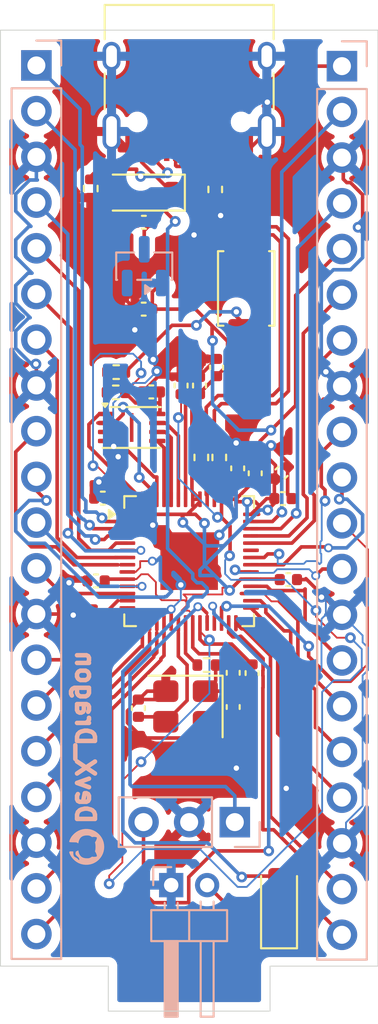
<source format=kicad_pcb>
(kicad_pcb (version 20241229) (generator "pcbnew") (generator_version "9.0")
  (layers (0 "F.Cu" signal) (2 "B.Cu" signal) (13 "F.Paste" user) (15 "B.Paste" user) (5 "F.SilkS" user "F.Silkscreen") (7 "B.SilkS" user "B.Silkscreen") (1 "F.Mask" user) (3 "B.Mask" user) (25 "Edge.Cuts" user))
  (net 0 "")
  (net 1 "GND")
  (net 2 "+3V3")
  (net 3 "V_REG_IN")
  (net 4 "XIN")
  (net 5 "Net-(C16-Pad2)")
  (net 6 "V_USB")
  (net 7 "V_BATT")
  (net 8 "Net-(J1-CC1)")
  (net 9 "Net-(J1-CC2)")
  (net 10 "GPIO11")
  (net 11 "GPIO7")
  (net 12 "GPIO6")
  (net 13 "GPIO14")
  (net 14 "GPIO13")
  (net 15 "GPIO9")
  (net 16 "GPIO8")
  (net 17 "GPIO5")
  (net 18 "GPIO4")
  (net 19 "GPIO15")
  (net 20 "GPIO0")
  (net 21 "GPIO10")
  (net 22 "GPIO2")
  (net 23 "GPIO1")
  (net 24 "GPIO3")
  (net 25 "GPIO12")
  (net 26 "GPIO26_ADC0")
  (net 27 "GPIO24")
  (net 28 "GPIO21")
  (net 29 "GPIO23")
  (net 30 "GPIO20")
  (net 31 "GPIO28_ADC2")
  (net 32 "GPIO17")
  (net 33 "GPIO29_ADC3")
  (net 34 "GPIO22")
  (net 35 "GPIO18")
  (net 36 "RUN")
  (net 37 "GPIO19")
  (net 38 "GPIO16")
  (net 39 "GPIO27_ADC1")
  (net 40 "SWD")
  (net 41 "SWCLK")
  (net 42 "USB_D+")
  (net 43 "USB_D-")
  (net 44 "XOUT")
  (net 45 "QSPI_SS")
  (net 46 "Net-(R6-Pad1)")
  (net 47 "QSPI_SD1")
  (net 48 "+1V1")
  (net 49 "QSPI_SD0")
  (net 50 "QSPI_SD2")
  (net 51 "QSPI_SD3")
  (net 52 "QSPI_SCLK")
  (net 54 "+")
  (net 55 "-")
  (footprint "Resistor_SMD:R_0402_1005Metric" (layer "F.Cu") (at 156.415 69.125 180)
    (property "Reference" "R7" (hide yes))
    (property "Value" "10K" (hide yes))
  )
  (footprint "Capacitor_SMD:C_0402_1005Metric" (layer "F.Cu") (at 165.72 75.025)
    (property "Reference" "C8" (hide yes))
    (property "Value" "0.1uF" (hide yes))
  )
  (footprint "Capacitor_SMD:C_0402_1005Metric" (layer "F.Cu") (at 155.695 75 180)
    (property "Reference" "C4" (hide yes))
    (property "Value" "0.1uF" (hide yes))
  )
  (footprint "Resistor_SMD:R_0402_1005Metric" (layer "F.Cu") (at 156.44 68 180)
    (property "Reference" "R6" (hide yes))
    (property "Value" "1K" (hide yes))
  )
  (footprint "Button_Switch_SMD:SW_Push_SPST_NO_Alps_SKRK" (layer "F.Cu") (at 163.675 63.35 -90)
    (property "Reference" "SW1" (hide yes))
    (property "Value" "SW_Push" (hide yes))
  )
  (footprint "Resistor_SMD:R_0402_1005Metric" (layer "F.Cu") (at 161.95 57.85 -90)
    (property "Reference" "R1" (hide yes))
    (property "Value" "5.1K" (hide yes))
  )
  (footprint "Capacitor_SMD:C_0402_1005Metric" (layer "F.Cu") (at 157.97 64.5 180)
    (property "Reference" "C14" (hide yes))
    (property "Value" "10uF" (hide yes))
  )
  (footprint "Resistor_SMD:R_0402_1005Metric" (layer "F.Cu") (at 162.175 72.74 90)
    (property "Reference" "R4" (hide yes))
    (property "Value" "27" (hide yes))
  )
  (footprint "Capacitor_SMD:C_0402_1005Metric" (layer "F.Cu") (at 164 84.72 -90)
    (property "Reference" "C11" (hide yes))
    (property "Value" "0.1uF" (hide yes))
  )
  (footprint "Capacitor_SMD:C_0402_1005Metric" (layer "F.Cu") (at 162.95 86.605 90)
    (property "Reference" "C16" (hide yes))
    (property "Value" "33pF" (hide yes))
  )
  (footprint "Package_SON:Winbond_USON-8-1EP_3x2mm_P0.5mm_EP0.2x1.6mm" (layer "F.Cu") (at 157.3 71.075)
    (property "Reference" "U3" (hide yes))
    (property "Value" "W25Q16JVZPIQ TR" (hide yes))
  )
  (footprint "Capacitor_SMD:C_0402_1005Metric" (layer "F.Cu") (at 157.98 59.675 180)
    (property "Reference" "C13" (hide yes))
    (property "Value" "10uF" (hide yes))
  )
  (footprint "Capacitor_SMD:C_0402_1005Metric" (layer "F.Cu") (at 162.025 67.745 90)
    (property "Reference" "C7" (hide yes))
    (property "Value" "0.1uF" (hide yes))
  )
  (footprint "Connector_USB:USB_C_Receptacle_HRO_TYPE-C-31-M-12" (layer "F.Cu") (at 160.5 51.5 180)
    (property "Reference" "J1" (hide yes))
    (property "Value" "USB_C_Receptacle_USB2.0_14P" (hide yes))
  )
  (footprint "Capacitor_SMD:C_0402_1005Metric" (layer "F.Cu") (at 160.05 68.745 90)
    (property "Reference" "C12" (hide yes))
    (property "Value" "0.1uF" (hide yes))
  )
  (footprint "Capacitor_SMD:C_0402_1005Metric" (layer "F.Cu") (at 164.175 73.62 90)
    (property "Reference" "C5" (hide yes))
    (property "Value" "0.1uF" (hide yes))
  )
  (footprint "Resistor_SMD:R_0402_1005Metric" (layer "F.Cu") (at 155.025 57.8 -90)
    (property "Reference" "R2" (hide yes))
    (property "Value" "5.1K" (hide yes))
  )
  (footprint "Resistor_SMD:R_0402_1005Metric" (layer "F.Cu") (at 161.465 84.275)
    (property "Reference" "R5" (hide yes))
    (property "Value" "1K" (hide yes))
  )
  (footprint "Capacitor_SMD:C_0402_1005Metric" (layer "F.Cu") (at 158.395 69.1 180)
    (property "Reference" "C17" (hide yes))
    (property "Value" "0.1uF" (hide yes))
  )
  (footprint "Capacitor_SMD:C_0402_1005Metric" (layer "F.Cu") (at 165.639411 73.585589 45)
    (property "Reference" "C1" (hide yes))
    (property "Value" "1uF" (hide yes))
  )
  (footprint "Package_DFN_QFN:QFN-56-1EP_7x7mm_P0.4mm_EP3.2x3.2mm" (layer "F.Cu") (at 160.5 78.5)
    (property "Reference" "U1" (hide yes))
    (property "Value" "RP2040" (hide yes))
  )
  (footprint "Diode_SMD:D_SOD-123" (layer "F.Cu") (at 157.9 58.025 180)
    (property "Reference" "D1" (hide yes))
    (property "Value" "D_Schottky" (hide yes))
  )
  (footprint "Capacitor_SMD:C_0402_1005Metric" (layer "F.Cu") (at 166.02 79.525)
    (property "Reference" "C9" (hide yes))
    (property "Value" "0.1uF" (hide yes))
  )
  (footprint "Capacitor_SMD:C_0402_1005Metric" (layer "F.Cu") (at 155.32 79.6 180)
    (property "Reference" "C3" (hide yes))
    (property "Value" "0.1uF" (hide yes))
  )
  (footprint "Capacitor_SMD:C_0402_1005Metric" (layer "F.Cu") (at 157.675 86.67 -90)
    (property "Reference" "C15" (hide yes))
    (property "Value" "33pF" (hide yes))
  )
  (footprint "Capacitor_SMD:C_0402_1005Metric" (layer "F.Cu") (at 162.95 84.705 -90)
    (property "Reference" "C2" (hide yes))
    (property "Value" "0.1uF" (hide yes))
  )
  (footprint "Resistor_SMD:R_0402_1005Metric" (layer "F.Cu") (at 161.175 72.74 90)
    (property "Reference" "R3" (hide yes))
    (property "Value" "27" (hide yes))
  )
  (footprint "Crystal:Crystal_SMD_3225-4Pin_3.2x2.5mm" (layer "F.Cu") (at 160.3 86.575 180)
    (property "Reference" "Y1" (hide yes))
    (property "Value" "12 MHz" (hide yes))
  )
  (footprint "Capacitor_SMD:C_0402_1005Metric" (layer "F.Cu") (at 163.2 73.345 90)
    (property "Reference" "C10" (hide yes))
    (property "Value" "1uF" (hide yes))
  )
  (footprint "Diode_SMD:D_SOD-123" (layer "F.Cu") (at 165.5 97.65 90)
    (property "Reference" "D2" (hide yes))
    (property "Value" "D_Schottky" (hide yes))
  )
  (footprint "Capacitor_SMD:C_0402_1005Metric" (layer "F.Cu") (at 161.075 68.745 90)
    (property "Reference" "C6" (hide yes))
    (property "Value" "0.1uF" (hide yes))
  )
  (footprint "Package_TO_SOT_SMD:SOT-23" (layer "B.Cu") (at 158 62.1125 90)
    (property "Reference" "U2" (hide yes))
    (property "Value" "MCP1700x-330xxTT" (hide yes))
  )
  (footprint "Connector_PinHeader_2.54mm:PinHeader_1x20_P2.54mm_Vertical" (layer "B.Cu") (at 169 51 180)
    (property "Reference" "J3" (hide yes))
    (property "Value" "Conn_01x20" (hide yes))
  )
  (footprint "Connector_PinHeader_2.54mm:PinHeader_1x20_P2.54mm_Vertical" (layer "B.Cu") (at 152 50.96 180)
    (property "Reference" "J2" (hide yes))
    (property "Value" "Conn_01x20" (hide yes))
  )
  (footprint "All Custom:Github" (layer "B.Cu") (at 154.8 94.375 90)
    (property "Reference" "G***" (hide yes))
    (property "Value" "LOGO" (hide yes))
  )
  (footprint "Connector_PinHeader_2.54mm:PinHeader_1x03_P2.54mm_Vertical" (layer "B.Cu") (at 163.04 93 90)
    (property "Reference" "J4" (hide yes))
    (property "Value" "Conn_01x03" (hide yes))
  )
  (footprint "Connector_PinHeader_2.00mm:PinHeader_1x02_P2.00mm_Horizontal" (layer "B.Cu") (at 159.5 96.5 -90)
    (property "Reference" "J5" (hide yes))
    (property "Value" "Conn_01x02" (hide yes))
  )
  (gr_line (start 150 49) (end 171 49) (stroke (width 0.05)) (layer "Edge.Cuts"))
  (gr_line (start 150 101) (end 150 49) (stroke (width 0.05)) (layer "Edge.Cuts"))
  (gr_line (start 156 101) (end 150 101) (stroke (width 0.05)) (layer "Edge.Cuts"))
  (gr_line (start 165 101) (end 165 103.5) (stroke (width 0.05)) (layer "Edge.Cuts"))
  (gr_line (start 156 103.5) (end 156 101) (stroke (width 0.05)) (layer "Edge.Cuts"))
  (gr_line (start 165 103.5) (end 156 103.5) (stroke (width 0.05)) (layer "Edge.Cuts"))
  (gr_line (start 171 49) (end 171 101) (stroke (width 0.05)) (layer "Edge.Cuts"))
  (gr_line (start 171 101) (end 165 101) (stroke (width 0.05)) (layer "Edge.Cuts"))
  (gr_text "DevX_Dragon" (at 154.125 93.225 270) (layer "B.SilkS") (effects (font (size 1 1) (thickness 0.25) (bold yes)) (justify left bottom mirror)))
  (segment (start 158.53353 67.265) (end 158.499265 67.299265) (width 0.2) (layer "F.Cu") (net 1))
  (segment (start 165.945 91.125) (end 165.9 91.125) (width 0.1) (layer "F.Cu") (net 1))
  (segment (start 169.9 59.95) (end 170.151 59.699) (width 0.2) (layer "F.Cu") (net 1))
  (segment (start 152 67.57523) (end 151.974533 67.549763) (width 0.2) (layer "F.Cu") (net 1))
  (segment (start 165.978822 73.246178) (end 165.978822 73.002349) (width 0.2) (layer "F.Cu") (net 1))
  (segment (start 162.25 59.3) (end 162.25 58.66) (width 0.2) (layer "F.Cu") (net 1))
  (segment (start 165.978822 73.002349) (end 165.05 72.073527) (width 0.2) (layer "F.Cu") (net 1))
  (segment (start 169.075 56.155) (end 169 56.08) (width 0.2) (layer "F.Cu") (net 1))
  (segment (start 168.905 68.78) (end 168.106765 67.981765) (width 0.2) (layer "F.Cu") (net 1))
  (segment (start 159.5 94) (end 160.5 93) (width 0.2) (layer "F.Cu") (net 1))
  (segment (start 164.82 54.63) (end 164.82 53.03) (width 0.2) (layer "F.Cu") (net 1))
  (segment (start 152 81.44) (end 153.99 81.44) (width 0.2) (layer "F.Cu") (net 1))
  (segment (start 158.475 76.5) (end 158.5 76.5) (width 0.2) (layer "F.Cu") (net 1))
  (segment (start 158.5 76.5) (end 160.5 78.5) (width 0.2) (layer "F.Cu") (net 1))
  (segment (start 162.775 88.8) (end 162.775 89.65) (width 0.1) (layer "F.Cu") (net 1))
  (segment (start 155.215 74.36) (end 155.475 74.1) (width 0.2) (layer "F.Cu") (net 1))
  (segment (start 169 81.48) (end 168.022527 80.502527) (width 0.1) (layer "F.Cu") (net 1))
  (segment (start 163.475 73.14) (end 163.2 72.865) (width 0.2) (layer "F.Cu") (net 1))
  (segment (start 159.5 96.5) (end 159.5 94) (width 0.2) (layer "F.Cu") (net 1))
  (segment (start 162.95 87.085) (end 164 86.035) (width 0.2) (layer "F.Cu") (net 1))
  (segment (start 157.675 86.19) (end 158.735 86.19) (width 0.2) (layer "F.Cu") (net 1))
  (segment (start 157.475 64.515) (end 157.49 64.5) (width 0.2) (layer "F.Cu") (net 1))
  (segment (start 161.4 88.8) (end 162.775 88.8) (width 0.2) (layer "F.Cu") (net 1))
  (segment (start 160.035751 78.964249) (end 160.5 78.5) (width 0.1) (layer "F.Cu") (net 1))
  (segment (start 155.875 71.825) (end 155.999 71.825) (width 0.1) (layer "F.Cu") (net 1))
  (segment (start 155.999 71.825) (end 156.299 72.125) (width 0.1) (layer "F.Cu") (net 1))
  (segment (start 170.151 58.14324) (end 169.47676 57.469) (width 0.2) (layer "F.Cu") (net 1))
  (segment (start 165.978822 73.246178) (end 165.978822 74.803822) (width 0.2) (layer "F.Cu") (net 1))
  (segment (start 159.015997 68.265) (end 160.05 68.265) (width 0.2) (layer "F.Cu") (net 1))
  (segment (start 160.05 68.265) (end 161.025 68.265) (width 0.2) (layer "F.Cu") (net 1))
  (segment (start 157.05 60.125) (end 157.5 59.675) (width 0.2) (layer "F.Cu") (net 1))
  (segment (start 157.064 87.47655) (end 157.064 86.82345) (width 0.2) (layer "F.Cu") (net 1))
  (segment (start 157.05 64.06) (end 157.49 64.5) (width 0.2) (layer "F.Cu") (net 1))
  (segment (start 159.5 81.175) (end 159.5 81.9375) (width 0.2) (layer "F.Cu") (net 1))
  (segment (start 152 68.74) (end 152 67.57523) (width 0.2) (layer "F.Cu") (net 1))
  (segment (start 157.915 69.1) (end 158.75 68.265) (width 0.2) (layer "F.Cu") (net 1))
  (segment (start 157.095 55.545) (end 156.18 54.63) (width 0.2) (layer "F.Cu") (net 1))
  (segment (start 160.973 88.8) (end 161.4 88.8) (width 0.2) (layer "F.Cu") (net 1))
  (segment (start 161.640754 61.25) (end 160.770377 60.379623) (width 0.2) (layer "F.Cu") (net 1))
  (segment (start 163.675 61.25) (end 161.640754 61.25) (width 0.2) (layer "F.Cu") (net 1))
  (segment (start 155.025 58.31) (end 156.39 59.675) (width 0.2) (layer "F.Cu") (net 1))
  (segment (start 157.91345 88.326) (end 157.064 87.47655) (width 0.2) (layer "F.Cu") (net 1))
  (segment (start 163.905 55.545) (end 164.82 54.63) (width 0.2) (layer "F.Cu") (net 1))
  (segment (start 163.75 56.56) (end 161.95 58.36) (width 0.2) (layer "F.Cu") (net 1))
  (segment (start 157.25 55.545) (end 157.095 55.545) (width 0.2) (layer "F.Cu") (net 1))
  (segment (start 157.475 65.65) (end 157.475 64.515) (width 0.2) (layer "F.Cu") (net 1))
  (segment (start 157.064 86.82345) (end 158.16245 85.725) (width 0.2) (layer "F.Cu") (net 1))
  (segment (start 161.025 68.265) (end 162.025 67.265) (width 0.2) (layer "F.Cu") (net 1))
  (segment (start 154.84 79.6) (end 153.917233 79.6) (width 0.2) (layer "F.Cu") (net 1))
  (segment (start 162.25 58.66) (end 161.95 58.36) (width 0.2) (layer "F.Cu") (net 1))
  (segment (start 169 81.48) (end 167.9225 80.4025) (width 0.2) (layer "F.Cu") (net 1))
  (segment (start 157.05 63.05) (end 157.05 60.125) (width 0.2) (layer "F.Cu") (net 1))
  (segment (start 164 86.035) (end 164 85.2) (width 0.2) (layer "F.Cu") (net 1))
  (segment (start 162.965 85.2) (end 162.95 85.185) (width 0.2) (layer "F.Cu") (net 1))
  (segment (start 164 85.2) (end 162.965 85.2) (width 0.2) (layer "F.Cu") (net 1))
  (segment (start 163.75 55.545) (end 163.75 56.56) (width 0.2) (layer "F.Cu") (net 1))
  (segment (start 159.498619 81.173619) (end 159.5 81.175) (width 0.2) (layer "F.Cu") (net 1))
  (segment (start 160.499 88.326) (end 160.973 88.8) (width 0.2) (layer "F.Cu") (net 1))
  (segment (start 161.4 88.8) (end 161.4 87.425) (width 0.2) (layer "F.Cu") (net 1))
  (segment (start 169.075 57.275) (end 169.075 56.155) (width 0.2) (layer "F.Cu") (net 1))
  (segment (start 153.99 81.44) (end 154.05 81.5) (width 0.2) (layer "F.Cu") (net 1))
  (segment (start 162.775 89.65) (end 163.125 90) (width 0.1) (layer "F.Cu") (net 1))
  (segment (start 162.775 88.8) (end 162.95 88.625) (width 0.2) (layer "F.Cu") (net 1))
  (segment (start 155.875 72.025) (end 156.55 72.7) (width 0.2) (layer "F.Cu") (net 1))
  (segment (start 163.75 55.545) (end 163.905 55.545) (width 0.2) (layer "F.Cu") (net 1))
  (segment (start 158.735 86.19) (end 159.2 85.725) (width 0.2) (layer "F.Cu") (net 1))
  (segment (start 161.95 77.05) (end 160.5 78.5) (width 0.2) (layer "F.Cu") (net 1))
  (segment (start 156.39 59.675) (end 157.5 59.675) (width 0.2) (layer "F.Cu") (net 1))
  (segment (start 163.113067 71.936933) (end 163.113067 72.078067) (width 0.2) (layer "F.Cu") (net 1))
  (segment (start 170.151 59.699) (end 170.151 58.14324) (width 0.2) (layer "F.Cu") (net 1))
  (segment (start 164.82 53.03) (end 164.85 53) (width 0.2) (layer "F.Cu") (net 1))
  (segment (start 169 94.18) (end 169.266 93.914) (width 0.1) (layer "F.Cu") (net 1))
  (segment (start 161.075 68.265) (end 161.075 68.215) (width 0.2) (layer "F.Cu") (net 1))
  (segment (start 160.499 88.326) (end 157.91345 88.326) (width 0.2) (layer "F.Cu") (net 1))
  (segment (start 165.978822 74.803822) (end 166.2 75.025) (width 0.2) (layer "F.Cu") (net 1))
  (segment (start 160.035751 79.820316) (end 160.035751 78.964249) (width 0.1) (layer "F.Cu") (net 1))
  (segment (start 167.9225 80.4025) (end 166.995 79.475) (width 0.2) (layer "F.Cu") (net 1))
  (segment (start 169 68.78) (end 168.905 68.78) (width 0.2) (layer "F.Cu") (net 1))
  (segment (start 159.8 79.2) (end 160.5 78.5) (width 0.2) (layer "F.Cu") (net 1))
  (segment (start 155.215 75) (end 155.215 74.36) (width 0.2) (layer "F.Cu") (net 1))
  (segment (start 162.025 67.265) (end 158.53353 67.265) (width 0.2) (layer "F.Cu") (net 1))
  (segment (start 166.945 79.525) (end 166.5 79.525) (width 0.2) (layer "F.Cu") (net 1))
  (segment (start 162.95 88.625) (end 162.95 87.085) (width 0.2) (layer "F.Cu") (net 1))
  (segment (start 158.16245 85.725) (end 159.2 85.725) (width 0.2) (layer "F.Cu") (net 1))
  (segment (start 169.47676 57.469) (end 169.269 57.469) (width 0.2) (layer "F.Cu") (net 1))
  (segment (start 162.175 77.05) (end 161.95 77.05) (width 0.2) (layer "F.Cu") (net 1))
  (segment (start 166.995 79.475) (end 166.945 79.525) (width 0.2) (layer "F.Cu") (net 1))
  (segment (start 154.27 58.31) (end 152 56.04) (width 0.2) (layer "F.Cu") (net 1))
  (segment (start 158.75 68.265) (end 159.015997 68.265) (width 0.2) (layer "F.Cu") (net 1))
  (segment (start 167.9225 80.4025) (end 167.9225 80.5525) (width 0.2) (layer "F.Cu") (net 1))
  (segment (start 169 94.18) (end 165.945 91.125) (width 0.1) (layer "F.Cu") (net 1))
  (segment (start 158.7 67.949003) (end 159.015997 68.265) (width 0.1) (layer "F.Cu") (net 1))
  (segment (start 153.917233 79.6) (end 153.817233 79.7) (width 0.2) (layer "F.Cu") (net 1))
  (segment (start 163.113067 72.078067) (end 164.175 73.14) (width 0.2) (layer "F.Cu") (net 1))
  (segment (start 155.875 71.825) (end 155.875 72.025) (width 0.2) (layer "F.Cu") (net 1))
  (segment (start 164.175 73.14) (end 163.475 73.14) (width 0.2) (layer "F.Cu") (net 1))
  (segment (start 169.269 57.469) (end 169.075 57.275) (width 0.2) (layer "F.Cu") (net 1))
  (segment (start 155.025 58.31) (end 154.27 58.31) (width 0.2) (layer "F.Cu") (net 1))
  (segment (start 168.022527 80.502527) (end 167.861919 80.502527) (width 0.1) (layer "F.Cu") (net 1))
  (segment (start 164.82 50.45) (end 156.18 50.45) (width 0.2) (layer "F.Cu") (net 1))
  (segment (start 157.05 63.05) (end 157.05 64.06) (width 0.2) (layer "F.Cu") (net 1))
  (segment (start 156.18 54.63) (end 156.18 50.45) (width 0.2) (layer "F.Cu") (net 1))
  (via (at 164.85 53) (size 0.6) (drill 0.3) (layers "F.Cu" "B.Cu") (net 1))
  (via (at 162.175 77.05) (size 0.6) (drill 0.3) (layers "F.Cu" "B.Cu") (net 1))
  (via (at 168.106765 67.981765) (size 0.6) (drill 0.3) (layers "F.Cu" "B.Cu") (net 1))
  (via (at 165.05 72.073527) (size 0.6) (drill 0.3) (layers "F.Cu" "B.Cu") (net 1))
  (via (at 153.817233 79.7) (size 0.6) (drill 0.3) (layers "F.Cu" "B.Cu") (net 1))
  (via (at 159.498619 81.173619) (size 0.5) (drill 0.3) (layers "F.Cu" "B.Cu") (net 1))
  (via (at 158.475 76.5) (size 0.6) (drill 0.3) (layers "F.Cu" "B.Cu") (net 1))
  (via (at 158.499265 67.299265) (size 0.6) (drill 0.3) (layers "F.Cu" "B.Cu") (net 1))
  (via (at 154.05 81.5) (size 0.6) (drill 0.3) (layers "F.Cu" "B.Cu") (net 1))
  (via (at 155.475 74.1) (size 0.6) (drill 0.3) (layers "F.Cu" "B.Cu") (net 1))
  (via (at 156.299 72.125) (size 0.6) (drill 0.3) (layers "F.Cu" "B.Cu") (net 1))
  (via (at 162.25 59.3) (size 0.6) (drill 0.3) (layers "F.Cu" "B.Cu") (net 1))
  (via (at 156.55 72.7) (size 0.6) (drill 0.3) (layers "F.Cu" "B.Cu") (net 1))
  (via (at 163.125 90) (size 0.6) (drill 0.3) (layers "F.Cu" "B.Cu") (net 1))
  (via (at 158.7 67.949003) (size 0.6) (drill 0.3) (layers "F.Cu" "B.Cu") (net 1))
  (via (at 165.9 91.125) (size 0.6) (drill 0.3) (layers "F.Cu" "B.Cu") (net 1))
  (via (at 167.861919 80.502527) (size 0.6) (drill 0.3) (layers "F.Cu" "B.Cu") (net 1))
  (via (at 151.974533 67.549763) (size 0.6) (drill 0.3) (layers "F.Cu" "B.Cu") (net 1))
  (via (at 160.770377 60.379623) (size 0.6) (drill 0.3) (layers "F.Cu" "B.Cu") (net 1))
  (via (at 157.475 65.65) (size 0.6) (drill 0.3) (layers "F.Cu" "B.Cu") (net 1))
  (via (at 169.9 59.95) (size 0.6) (drill 0.3) (layers "F.Cu" "B.Cu") (net 1))
  (via (at 163.113067 71.936933) (size 0.6) (drill 0.3) (layers "F.Cu" "B.Cu") (net 1))
  (via (at 160.035751 79.820316) (size 0.6) (drill 0.3) (layers "F.Cu" "B.Cu") (net 1))
  (segment (start 159.211074 81.338926) (end 159.05 81.5) (width 0.2) (layer "B.Cu") (net 1))
  (segment (start 168.105593 80.746201) (end 168.105593 81.469376) (width 0.1) (layer "B.Cu") (net 1))
  (segment (start 150.849 66.67676) (end 150.849 65.712) (width 0.2) (layer "B.Cu") (net 1))
  (segment (start 159.498619 81.173619) (end 159.333312 81.338926) (width 0.2) (layer "B.Cu") (net 1))
  (segment (start 170.15 92.1) (end 170.15 84.852728) (width 0.1) (layer "B.Cu") (net 1))
  (segment (start 165.9 91.125) (end 165.9 89.7) (width 0.1) (layer "B.Cu") (net 1))
  (segment (start 158.499265 67.299265) (end 157.475 66.275) (width 0.2) (layer "B.Cu") (net 1))
  (segment (start 150.849 59.05676) (end 150.849 58.10324) (width 0.2) (layer "B.Cu") (net 1))
  (segment (start 170.15 83.008918) (end 170.15 82.63) (width 0.1) (layer "B.Cu") (net 1))
  (segment (start 151.69224 59.9) (end 150.849 59.05676) (width 0.2) (layer "B.Cu") (net 1))
  (segment (start 156.299 72.125) (end 156.273368 72.099368) (width 0.1) (layer "B.Cu") (net 1))
  (segment (start 169.225 93.955) (end 169.225 93.025) (width 0.1) (layer "B.Cu") (net 1))
  (segment (start 167.861919 84.538081) (end 166.475 85.925) (width 0.1) (layer "B.Cu") (net 1))
  (segment (start 151.722003 67.549763) (end 150.849 66.67676) (width 0.2) (layer "B.Cu") (net 1))
  (segment (start 162.175 77) (end 163.113067 76.061933) (width 0.2) (layer "B.Cu") (net 1))
  (segment (start 168.105593 81.469376) (end 167.861919 81.71305) (width 0.1) (layer "B.Cu") (net 1))
  (segment (start 167.849 67.724) (end 167.849 62.98524) (width 0.2) (layer "B.Cu") (net 1))
  (segment (start 168.106765 67.981765) (end 167.849 67.724) (width 0.2) (layer "B.Cu") (net 1))
  (segment (start 156.175 74.2) (end 158.475 76.5) (width 0.2) (layer "B.Cu") (net 1))
  (segment (start 151.62724 57.325) (end 152.05 57.325) (width 0.2) (layer "B.Cu") (net 1))
  (segment (start 150.849 64.174) (end 150.849 63.18324) (width 0.2) (layer "B.Cu") (net 1))
  (segment (start 170.15 84.852728) (end 170.449 84.553728) (width 0.1) (layer "B.Cu") (net 1))
  (segment (start 167.849 62.98524) (end 168.52324 62.311) (width 0.2) (layer "B.Cu") (net 1))
  (segment (start 163.249661 72.073527) (end 163.113067 71.936933) (width 0.2) (layer "B.Cu") (net 1))
  (segment (start 169.47676 62.311) (end 170.151 61.63676) (width 0.2) (layer "B.Cu") (net 1))
  (segment (start 169.225 93.025) (end 170.15 92.1) (width 0.1) (layer "B.Cu") (net 1))
  (segment (start 151.59224 59.9) (end 151.69224 59.9) (width 0.2) (layer "B.Cu") (net 1))
  (segment (start 156.55 72.7) (end 156.55 73.825) (width 0.2) (layer "B.Cu") (net 1))
  (segment (start 156.273368 69.716768) (end 157.389136 68.601) (width 0.1) (layer "B.Cu") (net 1))
  (segment (start 152 57.275) (end 152 56.04) (width 0.2) (layer "B.Cu") (net 1))
  (segment (start 151.75224 62.5) (end 150.849 61.59676) (width 0.2) (layer "B.Cu") (net 1))
  (segment (start 162.175 77.05) (end 162.175 77) (width 0.2) (layer "B.Cu") (net 1))
  (segment (start 159.333312 81.338926) (end 159.211074 81.338926) (width 0.2) (layer "B.Cu") (net 1))
  (segment (start 160.035751 80.636487) (end 160.035751 79.820316) (width 0.1) (layer "B.Cu") (net 1))
  (segment (start 168.52324 62.311) (end 169.47676 62.311) (width 0.2) (layer "B.Cu") (net 1))
  (segment (start 164.85 53) (end 164.82 52.97) (width 0.2) (layer "B.Cu") (net 1))
  (segment (start 151.586 64.975) (end 151.65 64.975) (width 0.2) (layer "B.Cu") (net 1))
  (segment (start 169 94.18) (end 169.225 93.955) (width 0.1) (layer "B.Cu") (net 1))
  (segment (start 158.053232 68.601) (end 158.7 67.954232) (width 0.1) (layer "B.Cu") (net 1))
  (segment (start 150.849 65.712) (end 151.586 64.975) (width 0.2) (layer "B.Cu") (net 1))
  (segment (start 165.05 72.073527) (end 163.249661 72.073527) (width 0.2) (layer "B.Cu") (net 1))
  (segment (start 151.53224 62.5) (end 151.75224 62.5) (width 0.2) (layer "B.Cu") (net 1))
  (segment (start 158.7 67.954232) (end 158.7 67.949003) (width 0.1) (layer "B.Cu") (net 1))
  (segment (start 161.170377 60.379623) (end 162.25 59.3) (width 0.2) (layer "B.Cu") (net 1))
  (segment (start 156.075 74.1) (end 156.175 74.2) (width 0.2) (layer "B.Cu") (net 1))
  (segment (start 167.861919 81.71305) (end 167.861919 84.538081) (width 0.1) (layer "B.Cu") (net 1))
  (segment (start 150.849 60.64324) (end 151.59224 59.9) (width 0.2) (layer "B.Cu") (net 1))
  (segment (start 159.498619 81.173619) (end 160.035751 80.636487) (width 0.1) (layer "B.Cu") (net 1))
  (segment (start 152.05 57.325) (end 152 57.275) (width 0.2) (layer "B.Cu") (net 1))
  (segment (start 156.273368 72.099368) (end 156.273368 69.716768) (width 0.1) (layer "B.Cu") (net 1))
  (segment (start 170.449 83.307918) (end 170.15 83.008918) (width 0.1) (layer "B.Cu") (net 1))
  (segment (start 159.05 81.5) (end 154.05 81.5) (width 0.2) (layer "B.Cu") (net 1))
  (segment (start 155.475 74.1) (end 156.075 74.1) (width 0.2) (layer "B.Cu") (net 1))
  (segment (start 151.65 64.975) (end 150.849 64.174) (width 0.2) (layer "B.Cu") (net 1))
  (segment (start 157.475 66.275) (end 157.475 65.65) (width 0.2) (layer "B.Cu") (net 1))
  (segment (start 153.817233 81.267233) (end 154.05 81.5) (width 0.2) (layer "B.Cu") (net 1))
  (segment (start 167.861919 80.502527) (end 168.105593 80.746201) (width 0.1) (layer "B.Cu") (net 1))
  (segment (start 165.775 89.575) (end 165.775 89.625) (width 0.1) (layer "B.Cu") (net 1))
  (segment (start 165.9 89.7) (end 165.775 89.575) (width 0.1) (layer "B.Cu") (net 1))
  (segment (start 170.151 61.63676) (end 170.151 60.201) (width 0.2) (layer "B.Cu") (net 1))
  (segment (start 153.817233 79.7) (end 153.817233 81.267233) (width 0.2) (layer "B.Cu") (net 1))
  (segment (start 150.849 58.10324) (end 151.62724 57.325) (width 0.2) (layer "B.Cu") (net 1))
  (segment (start 170.151 60.201) (end 169.9 59.95) (width 0.2) (layer "B.Cu") (net 1))
  (segment (start 170.15 82.63) (end 169 81.48) (width 0.1) (layer "B.Cu") (net 1))
  (segment (start 166.475 85.925) (end 165.775 86.625) (width 0.1) (layer "B.Cu") (net 1))
  (segment (start 150.849 63.18324) (end 151.53224 62.5) (width 0.2) (layer "B.Cu") (net 1))
  (segment (start 160.770377 60.379623) (end 161.170377 60.379623) (width 0.2) (layer "B.Cu") (net 1))
  (segment (start 157.389136 68.601) (end 158.053232 68.601) (width 0.1) (layer "B.Cu") (net 1))
  (segment (start 156.55 73.825) (end 156.175 74.2) (width 0.2) (layer "B.Cu") (net 1))
  (segment (start 165.775 86.625) (end 165.775 89.575) (width 0.1) (layer "B.Cu") (net 1))
  (segment (start 163.113067 76.061933) (end 163.113067 71.936933) (width 0.2) (layer "B.Cu") (net 1))
  (segment (start 169 81.48) (end 168.105 81.48) (width 0.2) (layer "B.Cu") (net 1))
  (segment (start 151.974533 67.549763) (end 151.722003 67.549763) (width 0.2) (layer "B.Cu") (net 1))
  (segment (start 150.849 61.59676) (end 150.849 60.64324) (width 0.2) (layer "B.Cu") (net 1))
  (segment (start 164.82 52.97) (end 164.82 50.45) (width 0.2) (layer "B.Cu") (net 1))
  (segment (start 170.449 84.553728) (end 170.449 83.307918) (width 0.1) (layer "B.Cu") (net 1))
  (segment (start 160.397774 75.9) (end 161.1 75.197774) (width 0.2) (layer "F.Cu") (net 2))
  (segment (start 166.426 63.734) (end 169 61.16) (width 0.2) (layer "F.Cu") (net 2))
  (segment (start 164.8125 75.025) (end 164.40625 75.43125) (width 0.2) (layer "F.Cu") (net 2))
  (segment (start 164.175 74.1) (end 164.0625 74.1) (width 0.2) (layer "F.Cu") (net 2))
  (segment (start 160.7 83.298) (end 160.7 81.9375) (width 0.2) (layer "F.Cu") (net 2))
  (segment (start 156.68125 75.51875) (end 157.0615 75.899) (width 0.2) (layer "F.Cu") (net 2))
  (segment (start 157.0625 75.9) (end 160.025 75.9) (width 0.2) (layer "F.Cu") (net 2))
  (segment (start 165.05 71.225) (end 164.449 71.826) (width 0.2) (layer "F.Cu") (net 2))
  (segment (start 164.40625 75.43125) (end 163.9375 75.9) (width 0.2) (layer "F.Cu") (net 2))
  (segment (start 165.125 74.1) (end 165.3 73.925) (width 0.2) (layer "F.Cu") (net 2))
  (segment (start 155.9 79.5) (end 157.0625 79.5) (width 0.2) (layer "F.Cu") (net 2))
  (segment (start 164.472774 79.5) (end 164.473774 79.499) (width 0.2) (layer "F.Cu") (net 2))
  (segment (start 164.175 75.2) (end 164.40625 75.43125) (width 0.2) (layer "F.Cu") (net 2))
  (segment (start 161.075 69.225) (end 160.654 69.646) (width 0.2) (layer "F.Cu") (net 2))
  (segment (start 161.775 65.425) (end 161.775 66.225) (width 0.2) (layer "F.Cu") (net 2))
  (segment (start 165.24 75.025) (end 165.24 75.288094) (width 0.2) (layer "F.Cu") (net 2))
  (segment (start 160.7 75.0625) (end 161.1 75.0625) (width 0.2) (layer "F.Cu") (net 2))
  (segment (start 163.725 75.2) (end 163.2375 75.2) (width 0.2) (layer "F.Cu") (net 2))
  (segment (start 161.1 75.197774) (end 161.1 75.0625) (width 0.2) (layer "F.Cu") (net 2))
  (segment (start 160.080232 81.249) (end 160.351 80.978232) (width 0.1) (layer "F.Cu") (net 2))
  (segment (start 157.825 68.05) (end 157.825 68.225) (width 0.1) (layer "F.Cu") (net 2))
  (segment (start 163.9375 75.9) (end 164.365 75.9) (width 0.2) (layer "F.Cu") (net 2))
  (segment (start 162.636 67.614) (end 162.636 66.286) (width 0.2) (layer "F.Cu") (net 2))
  (segment (start 163.9375 79.5) (end 163.375 79.5) (width 0.2) (layer "F.Cu") (net 2))
  (segment (start 160.080232 81.253168) (end 160.080232 81.249) (width 0.1) (layer "F.Cu") (net 2))
  (segment (start 164.449 71.826) (end 164.449 72.32247) (width 0.2) (layer "F.Cu") (net 2))
  (segment (start 155.8 79.6) (end 155.9 79.5) (width 0.2) (layer "F.Cu") (net 2))
  (segment (start 162.5079 83.65) (end 161.052 83.65) (width 0.2) (layer "F.Cu") (net 2))
  (segment (start 161.775 66.225) (end 161.8 66.25) (width 0.2) (layer "F.Cu") (net 2))
  (segment (start 160.351 80.521768) (end 160.180232 80.351) (width 0.1) (layer "F.Cu") (net 2))
  (segment (start 156.175 75) (end 156.175 74.020768) (width 0.1) (layer "F.Cu") (net 2))
  (segment (start 160.654 74.6165) (end 161.1 75.0625) (width 0.2) (layer "F.Cu") (net 2))
  (segment (start 162.025 68.225) (end 162.636 67.614) (width 0.2) (layer "F.Cu") (net 2))
  (segment (start 156.175 75) (end 156.175 75.0125) (width 0.2) (layer "F.Cu") (net 2))
  (segment (start 162.6 79.975) (end 162.75 80.125) (width 0.1) (layer "F.Cu") (net 2))
  (segment (start 163.375 79.5) (end 162.75 80.125) (width 0.2) (layer "F.Cu") (net 2))
  (segment (start 160.351 80.978232) (end 160.351 80.775) (width 0.1) (layer "F.Cu") (net 2))
  (segment (start 160.849002 75.899) (end 161.35 76.399998) (width 0.2) (layer "F.Cu") (net 2))
  (segment (start 165.3 74.965) (end 165.24 75.025) (width 0.2) (layer "F.Cu") (net 2))
  (segment (start 158.875 69.1) (end 158.875 69.7) (width 0.2) (layer "F.Cu") (net 2))
  (segment (start 158.649 80.351) (end 158.970619 80.672619) (width 0.1) (layer "F.Cu") (net 2))
  (segment (start 161.075 69.175) (end 162.025 68.225) (width 0.2) (layer "F.Cu") (net 2))
  (segment (start 160.123936 81.249) (end 160.1 81.272936) (width 0.1) (layer "F.Cu") (net 2))
  (segment (start 164.0625 74.1) (end 163.1 75.0625) (width 0.2) (layer "F.Cu") (net 2))
  (segment (start 160.248619 80.672619) (end 160.351 80.775) (width 0.1) (layer "F.Cu") (net 2))
  (segment (start 157.566479 79.5) (end 157.837301 79.229178) (width 0.1) (layer "F.Cu") (net 2))
  (segment (start 160.15 76.025) (end 160.15 76.35) (width 0.2) (layer "F.Cu") (net 2))
  (segment (start 158.45 63.55) (end 158.95 63.05) (width 0.2) (layer "F.Cu") (net 2))
  (segment (start 160.351 80.775) (end 160.351 80.521768) (width 0.1) (layer "F.Cu") (net 2))
  (segment (start 157.825 68.225) (end 156.925 69.125) (width 0.1) (layer "F.Cu") (net 2))
  (segment (start 161.052 83.65) (end 160.7 83.298) (width 0.2) (layer "F.Cu") (net 2))
  (segment (start 165.54 79.525) (end 165.514 79.499) (width 0.2) (layer "F.Cu") (net 2))
  (segment (start 160.180232 80.351) (end 162.351 80.351) (width 0.1) (layer "F.Cu") (net 2))
  (segment (start 165.1 73.725) (end 165.3 73.925) (width 0.2) (layer "F.Cu") (net 2))
  (segment (start 158.210412 79.229178) (end 158.649 79.667766) (width 0.1) (layer "F.Cu") (net 2))
  (segment (start 165.24 75.025) (end 164.8125 75.025) (width 0.2) (layer "F.Cu") (net 2))
  (segment (start 160.025 75.9) (end 160.397774 75.9) (width 0.2) (layer "F.Cu") (net 2))
  (segment (start 156.925 69.125) (end 157.511 69.711) (width 0.2) (layer "F.Cu") (net 2))
  (segment (start 165.24 75.025) (end 165.24 73.985) (width 0.2) (layer "F.Cu") (net 2))
  (segment (start 162.351 79.975) (end 162.6 79.975) (width 0.1) (layer "F.Cu") (net 2))
  (segment (start 160.7 81.9375) (end 160.651 81.8885) (width 0.1) (layer "F.Cu") (net 2))
  (segment (start 157.0615 75.899) (end 160.849002 75.899) (width 0.2) (layer "F.Cu") (net 2))
  (segment (start 156.175 75.0125) (end 156.68125 75.51875) (width 0.2) (layer "F.Cu") (net 2))
  (segment (start 159.15 63.25) (end 158.95 63.05) (width 0.2) (layer "F.Cu") (net 2))
  (segment (start 165.24 73.985) (end 165.3 73.925) (width 0.2) (layer "F.Cu") (net 2))
  (segment (start 165.514 79.499) (end 164.473774 79.499) (width 0.2) (layer "F.Cu") (net 2))
  (segment (start 157.0625 79.5) (end 157.566479 79.5) (width 0.1) (layer "F.Cu") (net 2))
  (segment (start 164.449 72.32247) (end 165.3 73.17347) (width 0.2) (layer "F.Cu") (net 2))
  (segment (start 165.05 71.225) (end 166.426 69.849) (width 0.2) (layer "F.Cu") (net 2))
  (segment (start 157.511 69.711) (end 158.864 69.711) (width 0.2) (layer "F.Cu") (net 2))
  (segment (start 160.85 64.5) (end 161.775 65.425) (width 0.2) (layer "F.Cu") (net 2))
  (segment (start 158.970619 80.672619) (end 160.248619 80.672619) (width 0.1) (layer "F.Cu") (net 2))
  (segment (start 163.9375 79.5) (end 164.472774 79.5) (width 0.2) (layer "F.Cu") (net 2))
  (segment (start 156.175 74.020768) (end 155.353816 73.199584) (width 0.1) (layer "F.Cu") (net 2))
  (segment (start 158.875 69.7) (end 158.875 70.175) (width 0.2) (layer "F.Cu") (net 2))
  (segment (start 165.24 75.288094) (end 164.867856 75.660238) (width 0.2) (layer "F.Cu") (net 2))
  (segment (start 162.636 66.286) (end 161.775 65.425) (width 0.2) (layer "F.Cu") (net 2))
  (segment (start 160.1 81.272936) (end 160.080232 81.253168) (width 0.1) (layer "F.Cu") (net 2))
  (segment (start 163.2375 75.2) (end 163.1 75.0625) (width 0.2) (layer "F.Cu") (net 2))
  (segment (start 165.3 73.17347) (end 165.3 73.925) (width 0.2) (layer "F.Cu") (net 2))
  (segment (start 157.837301 79.229178) (end 158.210412 79.229178) (width 0.1) (layer "F.Cu") (net 2))
  (segment (start 160.651 81.423936) (end 160.476064 81.249) (width 0.1) (layer "F.Cu") (net 2))
  (segment (start 164.175 74.1) (end 165.125 74.1) (width 0.2) (layer "F.Cu") (net 2))
  (segment (start 166.426 69.849) (end 166.426 63.734) (width 0.2) (layer "F.Cu") (net 2))
  (segment (start 158.45 64.5) (end 160.85 64.5) (width 0.2) (layer "F.Cu") (net 2))
  (segment (start 162.95 84.0921) (end 162.5079 83.65) (width 0.2) (layer "F.Cu") (net 2))
  (segment (start 160.654 69.646) (end 160.654 74.6165) (width 0.2) (layer "F.Cu") (net 2))
  (segment (start 160.651 81.8885) (end 160.651 81.423936) (width 0.1) (layer "F.Cu") (net 2))
  (segment (start 160.476064 81.249) (end 160.123936 81.249) (width 0.1) (layer "F.Cu") (net 2))
  (segment (start 162.351 80.351) (end 162.351 79.975) (width 0.1) (layer "F.Cu") (net 2))
  (segment (start 158.864 69.711) (end 158.875 69.7) (width 0.2) (layer "F.Cu") (net 2))
  (segment (start 158.649 79.667766) (end 158.649 80.351) (width 0.1) (layer "F.Cu") (net 2))
  (segment (start 163.1 75.0625) (end 162.7 75.0625) (width 0.2) (layer "F.Cu") (net 2))
  (segment (start 155.353816 73.199584) (end 155.151 73.199584) (width 0.1) (layer "F.Cu") (net 2))
  (segment (start 158.875 70.175) (end 158.725 70.325) (width 0.2) (layer "F.Cu") (net 2))
  (segment (start 160.025 75.9) (end 160.15 76.025) (width 0.2) (layer "F.Cu") (net 2))
  (segment (start 163.725 75.2) (end 164.175 75.2) (width 0.2) (layer "F.Cu") (net 2))
  (segment (start 162.95 84.225) (end 162.95 84.0921) (width 0.2) (layer "F.Cu") (net 2))
  (segment (start 156.68125 75.51875) (end 157.0625 75.9) (width 0.2) (layer "F.Cu") (net 2))
  (segment (start 158.45 64.5) (end 158.45 63.55) (width 0.2) (layer "F.Cu") (net 2))
  (via (at 155.151 73.199584) (size 0.6) (drill 0.3) (layers "F.Cu" "B.Cu") (net 2))
  (via (at 161.35 76.399998) (size 0.6) (drill 0.3) (layers "F.Cu" "B.Cu") (net 2))
  (via (at 163.725 75.2) (size 0.6) (drill 0.3) (layers "F.Cu" "B.Cu") (net 2))
  (via (at 162.75 80.125) (size 0.6) (drill 0.3) (layers "F.Cu" "B.Cu") (net 2))
  (via (at 164.867856 75.660238) (size 0.6) (drill 0.3) (layers "F.Cu" "B.Cu") (net 2))
  (via (at 160.15 76.35) (size 0.6) (drill 0.3) (layers "F.Cu" "B.Cu") (net 2))
  (via (at 157.825 68.05) (size 0.6) (drill 0.3) (layers "F.Cu" "B.Cu") (net 2))
  (via (at 161.8 66.25) (size 0.6) (drill 0.3) (layers "F.Cu" "B.Cu") (net 2))
  (via (at 165.05 71.225) (size 0.6) (drill 0.3) (layers "F.Cu" "B.Cu") (net 2))
  (segment (start 161.35 76.399998) (end 161.35 78.725) (width 0.2) (layer "B.Cu") (net 2))
  (segment (start 155.151 73.199584) (end 155.151 67.374) (width 0.1) (layer "B.Cu") (net 2))
  (segment (start 163.725 76.349943) (end 163.725 75.2) (width 0.2) (layer "B.Cu") (net 2))
  (segment (start 162.75 80.125) (end 161.925 79.3) (width 0.2) (layer "B.Cu") (net 2))
  (segment (start 157.825 67.425) (end 157.825 68.05) (width 0.1) (layer "B.Cu") (net 2))
  (segment (start 161.1 79.3) (end 161.1 79.000057) (width 0.2) (layer "B.Cu") (net 2))
  (segment (start 161.35 78.725) (end 161.925 79.3) (width 0.2) (layer "B.Cu") (net 2))
  (segment (start 155.151 67.374) (end 155.55 66.975) (width 0.1) (layer "B.Cu") (net 2))
  (segment (start 162.423943 77.651) (end 163.725 76.349943) (width 0.2) (layer "B.Cu") (net 2))
  (segment (start 161.925 79.3) (end 161.1 79.3) (width 0.2) (layer "B.Cu") (net 2))
  (segment (start 157.375 66.975) (end 157.675 67.275) (width 0.1) (layer "B.Cu") (net 2))
  (segment (start 160.15 76.35) (end 161.451 77.651) (width 0.2) (layer "B.Cu") (net 2))
  (segment (start 165.05 71.225) (end 163.249664 71.225) (width 0.2) (layer "B.Cu") (net 2))
  (segment (start 161.8 69.775336) (end 161.8 66.25) (width 0.2) (layer "B.Cu") (net 2))
  (segment (start 164.439819 75.660238) (end 164.867856 75.660238) (width 0.2) (layer "B.Cu") (net 2))
  (segment (start 155.55 66.975) (end 157.375 66.975) (width 0.1) (layer "B.Cu") (net 2))
  (segment (start 157.675 67.275) (end 157.825 67.425) (width 0.1) (layer "B.Cu") (net 2))
  (segment (start 161.451 77.651) (end 162.423943 77.651) (width 0.2) (layer "B.Cu") (net 2))
  (segment (start 161.1 79.000057) (end 164.439819 75.660238) (width 0.2) (layer "B.Cu") (net 2))
  (segment (start 163.249664 71.225) (end 161.8 69.775336) (width 0.2) (layer "B.Cu") (net 2))
  (segment (start 163.475 96) (end 163.425 96.05) (width 0.2) (layer "F.Cu") (net 3))
  (segment (start 165.5 96) (end 163.475 96) (width 0.2) (layer "F.Cu") (net 3))
  (segment (start 158 61.175) (end 158 60.135) (width 0.2) (layer "F.Cu") (net 3))
  (segment (start 158 60.135) (end 158.46 59.675) (width 0.2) (layer "F.Cu") (net 3))
  (segment (start 159.725 59.625) (end 158.125 58.025) (width 0.2) (layer "F.Cu") (net 3))
  (segment (start 156.81 58.025) (end 156.25 58.025) (width 0.2) (layer "F.Cu") (net 3))
  (segment (start 158.125 58.025) (end 156.25 58.025) (width 0.2) (layer "F.Cu") (net 3))
  (segment (start 158.46 59.675) (end 156.81 58.025) (width 0.2) (layer "F.Cu") (net 3))
  (via (at 163.425 96.05) (size 0.6) (drill 0.3) (layers "F.Cu" "B.Cu") (net 3))
  (via (at 159.725 59.625) (size 0.6) (drill 0.3) (layers "F.Cu" "B.Cu") (net 3))
  (segment (start 161.5 80) (end 161.201 79.701) (width 0.2) (layer "B.Cu") (net 3))
  (segment (start 159.3 77.8) (end 159.3 60.05) (width 0.2) (layer "B.Cu") (net 3))
  (segment (start 160.755347 80.482579) (end 161.211811 80.482579) (width 0.2) (layer "B.Cu") (net 3))
  (segment (start 156.809 93.47676) (end 156.809 84.641057) (width 0.2) (layer "B.Cu") (net 3))
  (segment (start 163.425 96.05) (end 161.526 94.151) (width 0.2) (layer "B.Cu") (net 3))
  (segment (start 159.3 60.05) (end 159.725 59.625) (width 0.2) (layer "B.Cu") (net 3))
  (segment (start 161.201 79.701) (end 160.9339 79.701) (width 0.2) (layer "B.Cu") (net 3))
  (segment (start 161.526 94.151) (end 157.48324 94.151) (width 0.2) (layer "B.Cu") (net 3))
  (segment (start 157.48324 94.151) (end 156.809 93.47676) (width 0.2) (layer "B.Cu") (net 3))
  (segment (start 160.699 79.4661) (end 160.699 79.199) (width 0.2) (layer "B.Cu") (net 3))
  (segment (start 160.699 79.199) (end 159.3 77.8) (width 0.2) (layer "B.Cu") (net 3))
  (segment (start 161.227116 80.497884) (end 161.5 80.225) (width 0.2) (layer "B.Cu") (net 3))
  (segment (start 161.5 80.225) (end 161.5 80) (width 0.2) (layer "B.Cu") (net 3))
  (segment (start 160.432579 80.805347) (end 160.755347 80.482579) (width 0.2) (layer "B.Cu") (net 3))
  (segment (start 160.432579 81.017479) (end 160.432579 80.805347) (width 0.2) (layer "B.Cu") (net 3))
  (segment (start 160.9339 79.701) (end 160.699 79.4661) (width 0.2) (layer "B.Cu") (net 3))
  (segment (start 156.809 84.641057) (end 160.432579 81.017479) (width 0.2) (layer "B.Cu") (net 3))
  (segment (start 161.211811 80.482579) (end 161.227116 80.497884) (width 0.2) (layer "B.Cu") (net 3))
  (segment (start 159.9 82.375) (end 159.9 81.9375) (width 0.2) (layer "F.Cu") (net 4))
  (segment (start 159.2 87.425) (end 160.384 86.241) (width 0.2) (layer "F.Cu") (net 4))
  (segment (start 160.384 86.241) (end 160.384 84.2711) (width 0.2) (layer "F.Cu") (net 4))
  (segment (start 157.675 87.15) (end 158.925 87.15) (width 0.2) (layer "F.Cu") (net 4))
  (segment (start 160.384 84.2711) (end 159.898 83.7851) (width 0.2) (layer "F.Cu") (net 4))
  (segment (start 158.925 87.15) (end 159.2 87.425) (width 0.2) (layer "F.Cu") (net 4))
  (segment (start 159.898 83.7851) (end 159.898 82.474774) (width 0.2) (layer "F.Cu") (net 4))
  (segment (start 161.4 85.725) (end 162.55 85.725) (width 0.2) (layer "F.Cu") (net 5))
  (segment (start 161.975 84.275) (end 161.975 85.15) (width 0.2) (layer "F.Cu") (net 5))
  (segment (start 161.975 85.15) (end 161.4 85.725) (width 0.2) (layer "F.Cu") (net 5))
  (segment (start 162.55 85.725) (end 162.95 86.125) (width 0.2) (layer "F.Cu") (net 5))
  (segment (start 165.85 51) (end 163.426 53.424) (width 0.2) (layer "F.Cu") (net 6))
  (segment (start 158.05 54.62) (end 158.552 54.118) (width 0.2) (layer "F.Cu") (net 6))
  (segment (start 157.851 56.326) (end 157.851 55.744) (width 0.2) (layer "F.Cu") (net 6))
  (segment (start 162.994 53.424) (end 162.3 54.118) (width 0.2) (layer "F.Cu") (net 6))
  (segment (start 162.95 54.62) (end 162.95 55.545) (width 0.2) (layer "F.Cu") (net 6))
  (segment (start 162.448 54.118) (end 162.95 54.62) (width 0.2) (layer "F.Cu") (net 6))
  (segment (start 159.55 58.025) (end 157.851 56.326) (width 0.2) (layer "F.Cu") (net 6))
  (segment (start 162.3 54.118) (end 162.448 54.118) (width 0.2) (layer "F.Cu") (net 6))
  (segment (start 163.426 53.424) (end 162.994 53.424) (width 0.2) (layer "F.Cu") (net 6))
  (segment (start 169 51) (end 165.85 51) (width 0.2) (layer "F.Cu") (net 6))
  (segment (start 158.05 55.545) (end 158.05 54.62) (width 0.2) (layer "F.Cu") (net 6))
  (segment (start 158.552 54.118) (end 162.3 54.118) (width 0.2) (layer "F.Cu") (net 6))
  (segment (start 157.851 55.744) (end 158.05 55.545) (width 0.2) (layer "F.Cu") (net 6))
  (segment (start 161.5 96.5) (end 164.3 99.3) (width 0.2) (layer "F.Cu") (net 7))
  (segment (start 164.3 99.3) (end 165.5 99.3) (width 0.2) (layer "F.Cu") (net 7))
  (segment (start 161.75 57.14) (end 161.95 57.34) (width 0.2) (layer "F.Cu") (net 8))
  (segment (start 161.75 55.545) (end 161.75 57.14) (width 0.2) (layer "F.Cu") (net 8))
  (segment (start 155.025 57.29) (end 155.190735 57.124265) (width 0.2) (layer "F.Cu") (net 9))
  (segment (start 155.425 56.725) (end 155.025 57.125) (width 0.2) (layer "F.Cu") (net 9))
  (segment (start 155.425 56.725) (end 157.575 56.725) (width 0.2) (layer "F.Cu") (net 9))
  (segment (start 157.575 56.89853) (end 157.800735 57.124265) (width 0.2) (layer "F.Cu") (net 9))
  (segment (start 157.575 56.725) (end 157.575 56.89853) (width 0.2) (layer "F.Cu") (net 9))
  (segment (start 159.29926 56.925012) (end 158.75 56.375752) (width 0.2) (layer "F.Cu") (net 9))
  (segment (start 155.025 57.125) (end 155.025 57.29) (width 0.2) (layer "F.Cu") (net 9))
  (segment (start 158.75 56.375752) (end 158.75 55.545) (width 0.2) (layer "F.Cu") (net 9))
  (via (at 157.800735 57.124265) (size 0.6) (drill 0.3) (layers "F.Cu" "B.Cu") (net 9))
  (via (at 159.29926 56.925012) (size 0.6) (drill 0.3) (layers "F.Cu" "B.Cu") (net 9))
  (segment (start 157.800735 57.124265) (end 159.100007 57.124265) (width 0.2) (layer "B.Cu") (net 9))
  (segment (start 159.100007 57.124265) (end 159.29926 56.925012) (width 0.2) (layer "B.Cu") (net 9))
  (segment (start 152 86.52) (end 157.0625 81.4575) (width 0.2) (layer "F.Cu") (net 10))
  (segment (start 157.0625 81.4575) (end 157.0625 81.1) (width 0.2) (layer "F.Cu") (net 10))
  (segment (start 157.775 78.5) (end 157.775 78.852064) (width 0.1) (layer "F.Cu") (net 11))
  (segment (start 158.449998 78.5) (end 157.775 78.5) (width 0.1) (layer "F.Cu") (net 11))
  (segment (start 157.775 78.852064) (end 157.527064 79.1) (width 0.1) (layer "F.Cu") (net 11))
  (segment (start 152 74.57426) (end 152.555179 75.129439) (width 0.2) (layer "F.Cu") (net 11))
  (segment (start 152 73.82) (end 152 74.57426) (width 0.2) (layer "F.Cu") (net 11))
  (segment (start 157.527064 79.1) (end 157.0625 79.1) (width 0.1) (layer "F.Cu") (net 11))
  (via (at 158.449998 78.5) (size 0.5) (drill 0.3) (layers "F.Cu" "B.Cu") (net 11))
  (via (at 152.555179 75.129439) (size 0.6) (drill 0.3) (layers "F.Cu" "B.Cu") (net 11))
  (segment (start 158.449998 78.5) (end 158.456136 78.5) (width 0.2) (layer "B.Cu") (net 11))
  (segment (start 158.615569 78.559431) (end 158.899 78.276) (width 0.2) (layer "B.Cu") (net 11))
  (segment (start 158.515567 78.559431) (end 158.615569 78.559431) (width 0.2) (layer "B.Cu") (net 11))
  (segment (start 158.456136 78.5) (end 158.515567 78.559431) (width 0.2) (layer "B.Cu") (net 11))
  (segment (start 158.899 78.276) (end 158.899 79.566157) (width 0.2) (layer "B.Cu") (net 11))
  (segment (start 151.52324 77.511) (end 150.849 76.83676) (width 0.2) (layer "B.Cu") (net 11))
  (segment (start 151.602801 75.129439) (end 152.555179 75.129439) (width 0.2) (layer "B.Cu") (net 11))
  (segment (start 158.899 79.566157) (end 159.51645 80.183607) (width 0.2) (layer "B.Cu") (net 11))
  (segment (start 159.225057 80.475) (end 159.15 80.475) (width 0.2) (layer "B.Cu") (net 11))
  (segment (start 150.849 75.88324) (end 151.602801 75.129439) (width 0.2) (layer "B.Cu") (net 11))
  (segment (start 159.51645 80.183607) (end 159.225057 80.475) (width 0.2) (layer "B.Cu") (net 11))
  (segment (start 155.46676 80.501) (end 152.47676 77.511) (width 0.2) (layer "B.Cu") (net 11))
  (segment (start 150.849 76.83676) (end 150.849 75.88324) (width 0.2) (layer "B.Cu") (net 11))
  (segment (start 159.124 80.501) (end 155.46676 80.501) (width 0.2) (layer "B.Cu") (net 11))
  (segment (start 159.15 80.475) (end 159.124 80.501) (width 0.2) (layer "B.Cu") (net 11))
  (segment (start 152.47676 77.511) (end 151.52324 77.511) (width 0.2) (layer "B.Cu") (net 11))
  (segment (start 151.717672 77.705432) (end 153.094568 77.705432) (width 0.2) (layer "F.Cu") (net 12))
  (segment (start 154.092136 78.703) (end 156.5411 78.703) (width 0.2) (layer "F.Cu") (net 12))
  (segment (start 152 71.28) (end 150.849 72.431) (width 0.2) (layer "F.Cu") (net 12))
  (segment (start 150.849 76.83676) (end 151.717672 77.705432) (width 0.2) (layer "F.Cu") (net 12))
  (segment (start 150.849 72.431) (end 150.849 76.83676) (width 0.2) (layer "F.Cu") (net 12))
  (segment (start 153.094568 77.705432) (end 154.092136 78.703) (width 0.2) (layer "F.Cu") (net 12))
  (segment (start 158.7 81.9375) (end 158.7 82.303674) (width 0.2) (layer "F.Cu") (net 13))
  (segment (start 156.25 86.05) (end 156.31035 86.05) (width 0.2) (layer "F.Cu") (net 13))
  (segment (start 155.725 92.955) (end 155.725 86.575) (width 0.2) (layer "F.Cu") (net 13))
  (segment (start 158.52645 83.75645) (end 158.699 83.5839) (width 0.2) (layer "F.Cu") (net 13))
  (segment (start 158.52645 83.8339) (end 158.52645 83.75645) (width 0.2) (layer "F.Cu") (net 13))
  (segment (start 158.699 82.6) (end 158.699 82.473774) (width 0.2) (layer "F.Cu") (net 13))
  (segment (start 158.699 83.5839) (end 158.699 82.6) (width 0.2) (layer "F.Cu") (net 13))
  (segment (start 156.31035 86.05) (end 158.52645 83.8339) (width 0.2) (layer "F.Cu") (net 13))
  (segment (start 155.725 86.575) (end 156.25 86.05) (width 0.2) (layer "F.Cu") (net 13))
  (segment (start 152 96.68) (end 155.725 92.955) (width 0.2) (layer "F.Cu") (net 13))
  (segment (start 155.324 88.276) (end 155.324 86.3918) (width 0.2) (layer "F.Cu") (net 14))
  (segment (start 158.298 83.4178) (end 158.298 82.474774) (width 0.2) (layer "F.Cu") (net 14))
  (segment (start 152 91.6) (end 155.324 88.276) (width 0.2) (layer "F.Cu") (net 14))
  (segment (start 155.324 86.3918) (end 158.298 83.4178) (width 0.2) (layer "F.Cu") (net 14))
  (segment (start 153.4 80.3) (end 157.0625 80.3) (width 0.2) (layer "F.Cu") (net 15))
  (segment (start 152 78.9) (end 153.4 80.3) (width 0.2) (layer "F.Cu") (net 15))
  (segment (start 157.875 79.9) (end 157.633499 79.9) (width 0.1) (layer "F.Cu") (net 16))
  (segment (start 157.633499 79.9) (end 157.0625 79.9) (width 0.1) (layer "F.Cu") (net 16))
  (segment (start 157.633499 79.9) (end 157.597774 79.9) (width 0.2) (layer "F.Cu") (net 16))
  (via (at 157.875 79.9) (size 0.5) (drill 0.3) (layers "F.Cu" "B.Cu") (net 16))
  (segment (start 155.54 79.9) (end 152 76.36) (width 0.2) (layer "B.Cu") (net 16))
  (segment (start 157.875 79.9) (end 156.55 79.9) (width 0.1) (layer "B.Cu") (net 16))
  (segment (start 156.55 79.9) (end 155.54 79.9) (width 0.2) (layer "B.Cu") (net 16))
  (segment (start 153.155179 77.198943) (end 154.258236 78.302) (width 0.2) (layer "F.Cu") (net 17))
  (segment (start 153.155179 67.355179) (end 153.155179 77.198943) (width 0.2) (layer "F.Cu") (net 17))
  (segment (start 152 66.2) (end 153.155179 67.355179) (width 0.2) (layer "F.Cu") (net 17))
  (segment (start 154.258236 78.302) (end 156.375 78.302) (width 0.2) (layer "F.Cu") (net 17))
  (segment (start 156.377 78.3) (end 156.375 78.302) (width 0.2) (layer "F.Cu") (net 17))
  (segment (start 156.375 78.302) (end 156.525226 78.302) (width 0.2) (layer "F.Cu") (net 17))
  (segment (start 157.0625 78.3) (end 156.377 78.3) (width 0.2) (layer "F.Cu") (net 17))
  (segment (start 152 63.66) (end 153.925 65.585) (width 0.2) (layer "F.Cu") (net 18))
  (segment (start 157.809336 77.900925) (end 157.785261 77.925) (width 0.2) (layer "F.Cu") (net 18))
  (segment (start 153.821315 76.884864) (end 153.756179 76.95) (width 0.2) (layer "F.Cu") (net 18))
  (segment (start 153.925 65.585) (end 153.925 76.884864) (width 0.2) (layer "F.Cu") (net 18))
  (segment (start 153.925 76.884864) (end 153.821315 76.884864) (width 0.2) (layer "F.Cu") (net 18))
  (segment (start 157.622774 77.925) (end 157.597774 77.9) (width 0.2) (layer "F.Cu") (net 18))
  (segment (start 157.785261 77.925) (end 157.622774 77.925) (width 0.2) (layer "F.Cu") (net 18))
  (via (at 153.756179 76.95) (size 0.6) (drill 0.3) (layers "F.Cu" "B.Cu") (net 18))
  (via (at 157.809336 77.900925) (size 0.5) (drill 0.3) (layers "F.Cu" "B.Cu") (net 18))
  (segment (start 154.731179 77.925) (end 153.756179 76.95) (width 0.2) (layer "B.Cu") (net 18))
  (segment (start 157.785261 77.925) (end 154.731179 77.925) (width 0.2) (layer "B.Cu") (net 18))
  (segment (start 157.809336 77.900925) (end 157.785261 77.925) (width 0.2) (layer "B.Cu") (net 18))
  (segment (start 159.1 81.9375) (end 159.1 82.472774) (width 0.2) (layer "F.Cu") (net 19))
  (segment (start 156.184 86.74345) (end 158.92745 84) (width 0.2) (layer "F.Cu") (net 19))
  (segment (start 156.184 95.036) (end 156.184 86.74345) (width 0.2) (layer "F.Cu") (net 19))
  (segment (start 159.1 83.75) (end 159.1 82.472774) (width 0.2) (layer "F.Cu") (net 19))
  (segment (start 152 99.22) (end 156.184 95.036) (width 0.2) (layer "F.Cu") (net 19))
  (segment (start 159.1 82.472774) (end 159.099 82.471774) (width 0.2) (layer "F.Cu") (net 19))
  (segment (start 158.92745 84) (end 158.92745 83.92255) (width 0.2) (layer "F.Cu") (net 19))
  (segment (start 158.92745 83.92255) (end 159.1 83.75) (width 0.2) (layer "F.Cu") (net 19))
  (segment (start 155.65 76.1) (end 155.849 76.299) (width 0.2) (layer "F.Cu") (net 20))
  (segment (start 156.325 76.299) (end 156.526226 76.299) (width 0.2) (layer "F.Cu") (net 20))
  (segment (start 157.0625 76.3) (end 156.326 76.3) (width 0.2) (layer "F.Cu") (net 20))
  (segment (start 155.849 76.299) (end 156.325 76.299) (width 0.2) (layer "F.Cu") (net 20))
  (segment (start 156.326 76.3) (end 156.325 76.299) (width 0.2) (layer "F.Cu") (net 20))
  (via (at 155.65 76.1) (size 0.6) (drill 0.3) (layers "F.Cu" "B.Cu") (net 20))
  (segment (start 154.751 75.648943) (end 154.751 75.151057) (width 0.2) (layer "B.Cu") (net 20))
  (segment (start 154.686737 75.713207) (end 154.751 75.648943) (width 0.2) (layer "B.Cu") (net 20))
  (segment (start 155.65 76.1) (end 155.325062 75.775062) (width 0.2) (layer "B.Cu") (net 20))
  (segment (start 154.551 74.951057) (end 154.551 55.4839) (width 0.2) (layer "B.Cu") (net 20))
  (segment (start 154.551 55.4839) (end 154.425 55.3579) (width 0.2) (layer "B.Cu") (net 20))
  (segment (start 154.425 53.385) (end 152 50.96) (width 0.2) (layer "B.Cu") (net 20))
  (segment (start 154.751 75.151057) (end 154.551 74.951057) (width 0.2) (layer "B.Cu") (net 20))
  (segment (start 154.425 55.3579) (end 154.425 53.385) (width 0.2) (layer "B.Cu") (net 20))
  (segment (start 154.748592 75.775062) (end 154.686737 75.713207) (width 0.2) (layer "B.Cu") (net 20))
  (segment (start 155.325062 75.775062) (end 154.748592 75.775062) (width 0.2) (layer "B.Cu") (net 20))
  (segment (start 155.98895 81.96395) (end 155.98895 81.238276) (width 0.2) (layer "F.Cu") (net 21))
  (segment (start 155.98895 81.238276) (end 156.527226 80.7) (width 0.2) (layer "F.Cu") (net 21))
  (segment (start 152 83.98) (end 153.9729 83.98) (width 0.2) (layer "F.Cu") (net 21))
  (segment (start 153.9729 83.98) (end 155.98895 81.96395) (width 0.2) (layer "F.Cu") (net 21))
  (segment (start 155.777473 77.297527) (end 155.975 77.1) (width 0.2) (layer "F.Cu") (net 22))
  (segment (start 155.275564 77.297527) (end 155.777473 77.297527) (width 0.2) (layer "F.Cu") (net 22))
  (segment (start 155.273091 77.3) (end 155.275564 77.297527) (width 0.2) (layer "F.Cu") (net 22))
  (segment (start 155.975 77.1) (end 157.0625 77.1) (width 0.2) (layer "F.Cu") (net 22))
  (via (at 155.273091 77.3) (size 0.6) (drill 0.3) (layers "F.Cu" "B.Cu") (net 22))
  (segment (start 155.206122 77.101) (end 154.708236 77.101) (width 0.2) (layer "B.Cu") (net 22))
  (segment (start 155.273091 77.3) (end 155.273091 77.167969) (width 0.2) (layer "B.Cu") (net 22))
  (segment (start 155.273091 77.167969) (end 155.206122 77.101) (width 0.2) (layer "B.Cu") (net 22))
  (segment (start 154.356179 76.748943) (end 154.356179 76.516849) (width 0.2) (layer "B.Cu") (net 22))
  (segment (start 153.749 75.90967) (end 153.749 60.329) (width 0.2) (layer "B.Cu") (net 22))
  (segment (start 154.356179 76.516849) (end 153.749 75.90967) (width 0.2) (layer "B.Cu") (net 22))
  (segment (start 153.749 60.329) (end 152 58.58) (width 0.2) (layer "B.Cu") (net 22))
  (segment (start 154.708236 77.101) (end 154.356179 76.748943) (width 0.2) (layer "B.Cu") (net 22))
  (segment (start 154.957179 76.5) (end 155.157179 76.7) (width 0.2) (layer "F.Cu") (net 23))
  (segment (start 155.157179 76.7) (end 157.0625 76.7) (width 0.2) (layer "F.Cu") (net 23))
  (via (at 154.957179 76.5) (size 0.6) (drill 0.3) (layers "F.Cu" "B.Cu") (net 23))
  (segment (start 154.285737 75.879307) (end 154.285737 75.828558) (width 0.2) (layer "B.Cu") (net 23))
  (segment (start 154.633241 76.176062) (end 154.582492 76.176062) (width 0.2) (layer "B.Cu") (net 23))
  (segment (start 154.285737 75.828558) (end 154.15 75.692821) (width 0.2) (layer "B.Cu") (net 23))
  (segment (start 154.15 55.65) (end 152 53.5) (width 0.2) (layer "B.Cu") (net 23))
  (segment (start 154.582492 76.176062) (end 154.285737 75.879307) (width 0.2) (layer "B.Cu") (net 23))
  (segment (start 154.957179 76.5) (end 154.633241 76.176062) (width 0.2) (layer "B.Cu") (net 23))
  (segment (start 154.15 75.692821) (end 154.15 55.65) (width 0.2) (layer "B.Cu") (net 23))
  (segment (start 154.356179 63.476179) (end 154.356179 77.233031) (width 0.2) (layer "F.Cu") (net 24))
  (segment (start 156.426 77.5) (end 157.0625 77.5) (width 0.2) (layer "F.Cu") (net 24))
  (segment (start 156.025 77.901) (end 156.426 77.5) (width 0.2) (layer "F.Cu") (net 24))
  (segment (start 155.024148 77.901) (end 156.025 77.901) (width 0.2) (layer "F.Cu") (net 24))
  (segment (start 152 61.12) (end 154.356179 63.476179) (width 0.2) (layer "F.Cu") (net 24))
  (segment (start 154.356179 77.233031) (end 155.024148 77.901) (width 0.2) (layer "F.Cu") (net 24))
  (segment (start 157.897 83.25) (end 157.897 81.9405) (width 0.2) (layer "F.Cu") (net 25))
  (segment (start 157.897 81.9405) (end 157.9 81.9375) (width 0.2) (layer "F.Cu") (net 25))
  (segment (start 152 89.06) (end 157.81 83.25) (width 0.2) (layer "F.Cu") (net 25))
  (segment (start 157.81 83.25) (end 157.897 83.25) (width 0.2) (layer "F.Cu") (net 25))
  (segment (start 167.458724 74.8339) (end 167.458724 76.258792) (width 0.2) (layer "F.Cu") (net 26))
  (segment (start 169 66.24) (end 167.251 67.989) (width 0.2) (layer "F.Cu") (net 26))
  (segment (start 166.217516 77.5) (end 163.9375 77.5) (width 0.2) (layer "F.Cu") (net 26))
  (segment (start 167.458724 76.258792) (end 166.217516 77.5) (width 0.2) (layer "F.Cu") (net 26))
  (segment (start 167.251 67.989) (end 167.251 74.626176) (width 0.2) (layer "F.Cu") (net 26))
  (segment (start 167.251 74.626176) (end 167.458724 74.8339) (width 0.2) (layer "F.Cu") (net 26))
  (segment (start 167.849 72.471) (end 167.849 74.33676) (width 0.2) (layer "F.Cu") (net 27))
  (segment (start 165.501757 78.1) (end 165.501758 78.1) (width 0.2) (layer "F.Cu") (net 27))
  (segment (start 169 71.32) (end 167.849 72.471) (width 0.2) (layer "F.Cu") (net 27))
  (segment (start 168.058724 74.546484) (end 168.058724 75.151647) (width 0.2) (layer "F.Cu") (net 27))
  (segment (start 164.675 78.3) (end 163.9375 78.3) (width 0.2) (layer "F.Cu") (net 27))
  (segment (start 165.501757 78.1) (end 164.875 78.1) (width 0.2) (layer "F.Cu") (net 27))
  (segment (start 164.875 78.1) (end 164.675 78.3) (width 0.2) (layer "F.Cu") (net 27))
  (segment (start 167.849 74.33676) (end 168.058724 74.546484) (width 0.2) (layer "F.Cu") (net 27))
  (via (at 165.501758 78.1) (size 0.6) (drill 0.3) (layers "F.Cu" "B.Cu") (net 27))
  (via (at 168.058724 75.151647) (size 0.6) (drill 0.3) (layers "F.Cu" "B.Cu") (net 27))
  (segment (start 168.058724 75.151647) (end 167.875 75.335371) (width 0.1) (layer "B.Cu") (net 27))
  (segment (start 167.8 77.425) (end 167.8 78.05) (width 0.1) (layer "B.Cu") (net 27))
  (segment (start 166.875 78.649) (end 165.425 78.649) (width 0.1) (layer "B.Cu") (net 27))
  (segment (start 167.756405 78.668595) (end 167.586811 78.499) (width 0.1) (layer "B.Cu") (net 27))
  (segment (start 167.851 78.101) (end 167.851 78.574) (width 0.1) (layer "B.Cu") (net 27))
  (segment (start 165.425 78.649) (end 165.425 78.176758) (width 0.1) (layer "B.Cu") (net 27))
  (segment (start 165.551758 78.05) (end 165.501758 78.1) (width 0.1) (layer "B.Cu") (net 27))
  (segment (start 167.8 78.05) (end 167.851 78.101) (width 0.1) (layer "B.Cu") (net 27))
  (segment (start 168.058724 75.377365) (end 168.058724 75.151647) (width 0.2) (layer "B.Cu") (net 27))
  (segment (start 167.586811 78.499) (end 167.025 78.499) (width 0.1) (layer "B.Cu") (net 27))
  (segment (start 167.025 78.499) (end 166.875 78.649) (width 0.1) (layer "B.Cu") (net 27))
  (segment (start 167.875 77.35) (end 167.8 77.425) (width 0.1) (layer "B.Cu") (net 27))
  (segment (start 167.851 78.574) (end 167.756405 78.668595) (width 0.1) (layer "B.Cu") (net 27))
  (segment (start 165.425 78.176758) (end 165.501758 78.1) (width 0.1) (layer "B.Cu") (net 27))
  (segment (start 167.875 75.335371) (end 167.875 77.35) (width 0.1) (layer "B.Cu") (net 27))
  (segment (start 169 84.02) (end 166.95 81.97) (width 0.2) (layer "F.Cu") (net 28))
  (segment (start 165.06 80.136) (end 164.825 79.901) (width 0.2) (layer "F.Cu") (net 28))
  (segment (start 164.472774 79.9) (end 163.9375 79.9) (width 0.2) (layer "F.Cu") (net 28))
  (segment (start 166.95 80.05) (end 166.864 80.136) (width 0.2) (layer "F.Cu") (net 28))
  (segment (start 169 84.02) (end 168.592774 84.02) (width 0.2) (layer "F.Cu") (net 28))
  (segment (start 164.825 79.901) (end 164.473774 79.901) (width 0.2) (layer "F.Cu") (net 28))
  (segment (start 166.864 80.136) (end 165.06 80.136) (width 0.2) (layer "F.Cu") (net 28))
  (segment (start 166.95 81.97) (end 166.95 80.05) (width 0.2) (layer "F.Cu") (net 28))
  (segment (start 169 74.911245) (end 168.853248 75.057997) (width 0.2) (layer "F.Cu") (net 29))
  (segment (start 166.740381 77.709904) (end 165.749285 78.701) (width 0.2) (layer "F.Cu") (net 29))
  (segment (start 165.35 78.701) (end 164.473774 78.701) (width 0.2) (layer "F.Cu") (net 29))
  (segment (start 168.25 77.764095) (end 168.195809 77.709904) (width 0.2) (layer "F.Cu") (net 29))
  (segment (start 169 73.86) (end 169 74.911245) (width 0.2) (layer "F.Cu") (net 29))
  (segment (start 168.195809 77.709904) (end 166.740381 77.709904) (width 0.2) (layer "F.Cu") (net 29))
  (segment (start 165.749285 78.701) (end 165.35 78.701) (width 0.2) (layer "F.Cu") (net 29))
  (segment (start 165.349 78.7) (end 165.35 78.701) (width 0.2) (layer "F.Cu") (net 29))
  (segment (start 163.9375 78.7) (end 165.349 78.7) (width 0.2) (layer "F.Cu") (net 29))
  (via (at 168.25 77.764095) (size 0.5) (drill 0.3) (layers "F.Cu" "B.Cu") (net 29))
  (via (at 168.853248 75.057997) (size 0.6) (drill 0.3) (layers "F.Cu" "B.Cu") (net 29))
  (segment (start 169.263665 77.764095) (end 170.151 76.87676) (width 0.2) (layer "B.Cu") (net 29))
  (segment (start 170.151 76.87676) (end 170.151 75.92324) (width 0.2) (layer "B.Cu") (net 29))
  (segment (start 170.151 75.92324) (end 169.285757 75.057997) (width 0.2) (layer "B.Cu") (net 29))
  (segment (start 169.285757 75.057997) (end 168.853248 75.057997) (width 0.2) (layer "B.Cu") (net 29))
  (segment (start 168.25 77.764095) (end 169.263665 77.764095) (width 0.2) (layer "B.Cu") (net 29))
  (segment (start 165.075874 80.736) (end 165.508527 80.736) (width 0.1) (layer "F.Cu") (net 30))
  (segment (start 163.402226 80.3) (end 163.9375 80.3) (width 0.2) (layer "F.Cu") (net 30))
  (segment (start 166.549 84.109) (end 166.549 82.209126) (width 0.2) (layer "F.Cu") (net 30))
  (segment (start 169 86.56) (end 166.549 84.109) (width 0.2) (layer "F.Cu") (net 30))
  (segment (start 166.549 81.776473) (end 165.508527 80.736) (width 0.2) (layer "F.Cu") (net 30))
  (segment (start 164.639874 80.3) (end 165.075874 80.736) (width 0.1) (layer "F.Cu") (net 30))
  (segment (start 163.9375 80.3) (end 164.303674 80.3) (width 0.2) (layer "F.Cu") (net 30))
  (segment (start 163.9375 80.3) (end 164.639874 80.3) (width 0.1) (layer "F.Cu") (net 30))
  (segment (start 166.549 82.209126) (end 166.549 81.776473) (width 0.2) (layer "F.Cu") (net 30))
  (segment (start 163.9375 76.7) (end 165.600473 76.7) (width 0.2) (layer "F.Cu") (net 31))
  (segment (start 165.600473 76.7) (end 166.456724 75.843749) (width 0.2) (layer "F.Cu") (net 31))
  (via (at 166.456724 75.843749) (size 0.6) (drill 0.3) (layers "F.Cu" "B.Cu") (net 31))
  (segment (start 166.525 61.095) (end 169 58.62) (width 0.2) (layer "B.Cu") (net 31))
  (segment (start 166.525 75.775473) (end 166.525 61.095) (width 0.2) (layer "B.Cu") (net 31))
  (segment (start 166.456724 75.843749) (end 166.525 75.775473) (width 0.2) (layer "B.Cu") (net 31))
  (segment (start 165.025 92.6829) (end 165.025 83.75) (width 0.2) (layer "F.Cu") (net 32))
  (segment (start 169 96.72) (end 169 96.6579) (width 0.2) (layer "F.Cu") (net 32))
  (segment (start 165.025 83.75) (end 163.5375 82.2625) (width 0.2) (layer "F.Cu") (net 32))
  (segment (start 163.1 82.305674) (end 163.1 81.9375) (width 0.2) (layer "F.Cu") (net 32))
  (segment (start 163.425 82.2625) (end 163.1 81.9375) (width 0.2) (layer "F.Cu") (net 32))
  (segment (start 163.1 81.9375) (end 163.2125 81.9375) (width 0.2) (layer "F.Cu") (net 32))
  (segment (start 163.5375 82.2625) (end 163.425 82.2625) (width 0.2) (layer "F.Cu") (net 32))
  (segment (start 169 96.6579) (end 165.025 92.6829) (width 0.2) (layer "F.Cu") (net 32))
  (segment (start 163.9375 76.3) (end 165.133119 76.3) (width 0.2) (layer "F.Cu") (net 33))
  (segment (start 165.133119 76.3) (end 165.659831 75.773288) (width 0.2) (layer "F.Cu") (net 33))
  (via (at 165.659831 75.773288) (size 0.6) (drill 0.3) (layers "F.Cu" "B.Cu") (net 33))
  (segment (start 165.65 75.763457) (end 165.65 56.89) (width 0.2) (layer "B.Cu") (net 33))
  (segment (start 165.659831 75.773288) (end 165.65 75.763457) (width 0.2) (layer "B.Cu") (net 33))
  (segment (start 165.65 56.89) (end 169 53.54) (width 0.2) (layer "B.Cu") (net 33))
  (segment (start 167.915932 78.94) (end 169 78.94) (width 0.2) (layer "F.Cu") (net 34))
  (segment (start 163.165843 79.1) (end 163.9375 79.1) (width 0.2) (layer "F.Cu") (net 34))
  (segment (start 167.544486 79.311446) (end 167.915932 78.94) (width 0.2) (layer "F.Cu") (net 34))
  (segment (start 163.05253 78.986687) (end 163.165843 79.1) (width 0.2) (layer "F.Cu") (net 34))
  (segment (start 167.538554 79.311446) (end 167.544486 79.311446) (width 0.2) (layer "F.Cu") (net 34))
  (via (at 163.05253 78.986687) (size 0.6) (drill 0.3) (layers "F.Cu" "B.Cu") (net 34))
  (via (at 167.538554 79.311446) (size 0.5) (drill 0.3) (layers "F.Cu" "B.Cu") (net 34))
  (segment (start 167.177108 78.95) (end 165.4 78.95) (width 0.1) (layer "B.Cu") (net 34))
  (segment (start 165.4 78.95) (end 165.2 79.15) (width 0.1) (layer "B.Cu") (net 34))
  (segment (start 163.215843 79.15) (end 163.05253 78.986687) (width 0.1) (layer "B.Cu") (net 34))
  (segment (start 165.2 79.15) (end 163.215843 79.15) (width 0.1) (layer "B.Cu") (net 34))
  (segment (start 167.538554 79.311446) (end 167.177108 78.95) (width 0.1) (layer "B.Cu") (net 34))
  (segment (start 169 91.64) (end 165.426 88.066) (width 0.2) (layer "F.Cu") (net 35))
  (segment (start 165.426 88.066) (end 165.426 82.5885) (width 0.2) (layer "F.Cu") (net 35))
  (segment (start 165.426 82.5885) (end 163.9375 81.1) (width 0.2) (layer "F.Cu") (net 35))
  (segment (start 170.151 84.49676) (end 169.47676 85.171) (width 0.2) (layer "F.Cu") (net 36))
  (segment (start 167.149 83.79676) (end 167.149 83.225) (width 0.2) (layer "F.Cu") (net 36))
  (segment (start 170.449 84.19876) (end 170.449 77.849) (width 0.1) (layer "F.Cu") (net 36))
  (segment (start 162.370234 81.004143) (end 162.3 81.074377) (width 0.2) (layer "F.Cu") (net 36))
  (segment (start 168.52324 85.171) (end 167.149 83.79676) (width 0.2) (layer "F.Cu") (net 36))
  (segment (start 169.47676 85.171) (end 168.52324 85.171) (width 0.2) (layer "F.Cu") (net 36))
  (segment (start 170.449 77.849) (end 169 76.4) (width 0.1) (layer "F.Cu") (net 36))
  (segment (start 162.3 81.074377) (end 162.3 81.9375) (width 0.2) (layer "F.Cu") (net 36))
  (segment (start 162.580834 81.004143) (end 162.370234 81.004143) (width 0.2) (layer "F.Cu") (net 36))
  (segment (start 170.151 84.49676) (end 170.449 84.19876) (width 0.1) (layer "F.Cu") (net 36))
  (segment (start 169 76.4) (end 169.425 76.825) (width 0.2) (layer "F.Cu") (net 36))
  (via (at 167.149 83.225) (size 0.6) (drill 0.3) (layers "F.Cu" "B.Cu") (net 36))
  (via (at 162.580834 81.004143) (size 0.6) (drill 0.3) (layers "F.Cu" "B.Cu") (net 36))
  (segment (start 164.928143 81.004143) (end 162.580834 81.004143) (width 0.2) (layer "B.Cu") (net 36))
  (segment (start 167.149 83.225) (end 164.928143 81.004143) (width 0.2) (layer "B.Cu") (net 36))
  (segment (start 164.471774 80.699) (end 164.470774 80.7) (width 0.2) (layer "F.Cu") (net 37))
  (segment (start 166.148 84.2751) (end 166.148 82.375226) (width 0.2) (layer "F.Cu") (net 37))
  (segment (start 166.148 82.375226) (end 165.779826 82.375226) (width 0.2) (layer "F.Cu") (net 37))
  (segment (start 164.7648 81.3602) (end 164.7648 80.992026) (width 0.2) (layer "F.Cu") (net 37))
  (segment (start 167.65 87.75) (end 167.525 87.75) (width 0.2) (layer "F.Cu") (net 37))
  (segment (start 165.779826 82.375226) (end 164.7648 81.3602) (width 0.2) (layer "F.Cu") (net 37))
  (segment (start 167.525 85.6521) (end 166.148 84.2751) (width 0.2) (layer "F.Cu") (net 37))
  (segment (start 164.7648 80.992026) (end 164.471774 80.699) (width 0.2) (layer "F.Cu") (net 37))
  (segment (start 169 89.1) (end 167.65 87.75) (width 0.2) (layer "F.Cu") (net 37))
  (segment (start 167.525 87.75) (end 167.525 85.6521) (width 0.2) (layer "F.Cu") (net 37))
  (segment (start 164.470774 80.7) (end 163.9375 80.7) (width 0.2) (layer "F.Cu") (net 37))
  (segment (start 164.6 84.57755) (end 164.6 84.86245) (width 0.2) (layer "F.Cu") (net 38))
  (segment (start 165.2 93.425) (end 167 95.225) (width 0.2) (layer "F.Cu") (net 38))
  (segment (start 162.7 82.470774) (end 162.699 82.471774) (width 0.2) (layer "F.Cu") (net 38))
  (segment (start 164.6 93.425) (end 165.2 93.425) (width 0.2) (layer "F.Cu") (net 38))
  (segment (start 167 97.26) (end 169 99.26) (width 0.2) (layer "F.Cu") (net 38))
  (segment (start 164.6 84.86245) (end 164.611 84.87345) (width 0.2) (layer "F.Cu") (net 38))
  (segment (start 162.7 81.9375) (end 162.7 82.470774) (width 0.2) (layer "F.Cu") (net 38))
  (segment (start 164.6 85.53755) (end 164.6 93.425) (width 0.2) (layer "F.Cu") (net 38))
  (segment (start 164.611 85.52655) (end 164.6 85.53755) (width 0.2) (layer "F.Cu") (net 38))
  (segment (start 163.35 82.675) (end 163.37255 82.675) (width 0.2) (layer "F.Cu") (net 38))
  (segment (start 163.318326 82.706674) (end 162.9339 82.706674) (width 0.2) (layer "F.Cu") (net 38))
  (segment (start 167 95.225) (end 167 97.26) (width 0.2) (layer "F.Cu") (net 38))
  (segment (start 162.9339 82.706674) (end 162.7 82.472774) (width 0.2) (layer "F.Cu") (net 38))
  (segment (start 163.35 82.675) (end 163.318326 82.706674) (width 0.2) (layer "F.Cu") (net 38))
  (segment (start 162.7 82.472774) (end 162.7 81.9375) (width 0.2) (layer "F.Cu") (net 38))
  (segment (start 164.611 83.91345) (end 164.611 84.56655) (width 0.2) (layer "F.Cu") (net 38))
  (segment (start 163.37255 82.675) (end 164.611 83.91345) (width 0.2) (layer "F.Cu") (net 38))
  (segment (start 164.611 84.87345) (end 164.611 85.52655) (width 0.2) (layer "F.Cu") (net 38))
  (segment (start 164.611 84.56655) (end 164.6 84.57755) (width 0.2) (layer "F.Cu") (net 38))
  (segment (start 169 63.7) (end 166.85 65.85) (width 0.2) (layer "F.Cu") (net 39))
  (segment (start 166.85 65.85) (end 166.85 74.792276) (width 0.2) (layer "F.Cu") (net 39))
  (segment (start 166.85 74.792276) (end 167.057724 75) (width 0.2) (layer "F.Cu") (net 39))
  (segment (start 167.057724 76.092692) (end 166.050416 77.1) (width 0.2) (layer "F.Cu") (net 39))
  (segment (start 166.050416 77.1) (end 163.9375 77.1) (width 0.2) (layer "F.Cu") (net 39))
  (segment (start 167.057724 75) (end 167.057724 76.092692) (width 0.2) (layer "F.Cu") (net 39))
  (segment (start 157.96 93) (end 157.96 96.912) (width 0.2) (layer "F.Cu") (net 40))
  (segment (start 161.925 94.6) (end 164.925 94.6) (width 0.2) (layer "F.Cu") (net 40))
  (segment (start 160.476 96.049) (end 161.925 94.6) (width 0.2) (layer "F.Cu") (net 40))
  (segment (start 161.876691 81.378917) (end 161.899 81.401226) (width 0.2) (layer "F.Cu") (net 40))
  (segment (start 160.476 97.476) (end 160.476 96.049) (width 0.2) (layer "F.Cu") (net 40))
  (segment (start 161.805474 81.000593) (end 161.876691 81.07181) (width 0.2) (layer "F.Cu") (net 40))
  (segment (start 158.524 97.476) (end 160.476 97.476) (width 0.2) (layer "F.Cu") (net 40))
  (segment (start 161.876691 81.07181) (end 161.876691 81.378917) (width 0.2) (layer "F.Cu") (net 40))
  (segment (start 157.96 96.912) (end 158.524 97.476) (width 0.2) (layer "F.Cu") (net 40))
  (via (at 164.925 94.6) (size 0.6) (drill 0.3) (layers "F.Cu" "B.Cu") (net 40))
  (via (at 161.805474 81.000593) (size 0.5) (drill 0.3) (layers "F.Cu" "B.Cu") (net 40))
  (segment (start 164.925 84.467552) (end 164.925 94.6) (width 0.2) (layer "B.Cu") (net 40))
  (segment (start 161.876691 81.419243) (end 164.925 84.467552) (width 0.2) (layer "B.Cu") (net 40))
  (segment (start 161.876691 81.07181) (end 161.876691 81.419243) (width 0.2) (layer "B.Cu") (net 40))
  (segment (start 161.805474 81.000593) (end 161.876691 81.07181) (width 0.2) (layer "B.Cu") (net 40))
  (segment (start 161.5 81.402226) (end 161.475691 81.377917) (width 0.1) (layer "F.Cu") (net 41))
  (segment (start 161.170461 81.072687) (end 161.475691 81.377917) (width 0.2) (layer "F.Cu") (net 41))
  (segment (start 160.983579 81.033579) (end 161.022687 81.072687) (width 0.2) (layer "F.Cu") (net 41))
  (segment (start 161.5 81.9375) (end 161.5 81.402226) (width 0.1) (layer "F.Cu") (net 41))
  (segment (start 161.5 81.9375) (end 161.5 81.569326) (width 0.2) (layer "F.Cu") (net 41))
  (segment (start 161.022687 81.072687) (end 161.170461 81.072687) (width 0.2) (layer "F.Cu") (net 41))
  (via (at 160.983579 81.033579) (size 0.5) (drill 0.3) (layers "F.Cu" "B.Cu") (net 41))
  (segment (start 157.21 90.91) (end 157.325 91.025) (width 0.2) (layer "B.Cu") (net 41))
  (segment (start 157.21 84.807157) (end 157.21 90.91) (width 0.2) (layer "B.Cu") (net 41))
  (segment (start 162.525 91.025) (end 163.04 91.54) (width 0.2) (layer "B.Cu") (net 41))
  (segment (start 160.983579 81.033579) (end 157.21 84.807157) (width 0.2) (layer "B.Cu") (net 41))
  (segment (start 163.04 91.54) (end 163.04 93) (width 0.2) (layer "B.Cu") (net 41))
  (segment (start 157.325 91.025) (end 162.525 91.025) (width 0.2) (layer "B.Cu") (net 41))
  (segment (start 159.75 56.522) (end 159.75 55.545) (width 0.2) (layer "F.Cu") (net 42))
  (segment (start 159.799 56.571) (end 159.75 56.522) (width 0.2) (layer "F.Cu") (net 42))
  (segment (start 160.701 56.571) (end 159.799 56.571) (width 0.2) (layer "F.Cu") (net 42))
  (segment (start 161.45 71.474999) (end 161.175 71.749999) (width 0.2) (layer "F.Cu") (net 42))
  (segment (start 160.775 56.657501) (end 160.75 56.632501) (width 0.2) (layer "F.Cu") (net 42))
  (segment (start 161.614283 60.375) (end 160.775 59.535717) (width 0.2) (layer "F.Cu") (net 42))
  (segment (start 165.575 60.777444) (end 165.172556 60.375) (width 0.2) (layer "F.Cu") (net 42))
  (segment (start 165.172556 60.375) (end 161.614283 60.375) (width 0.2) (layer "F.Cu") (net 42))
  (segment (start 161.45 69.956802) (end 161.45 71.474999) (width 0.2) (layer "F.Cu") (net 42))
  (segment (start 160.75 56.632501) (end 160.75 55.545) (width 0.2) (layer "F.Cu") (net 42))
  (segment (start 165.575 68.86834) (end 165.575 60.777444) (width 0.2) (layer "F.Cu") (net 42))
  (segment (start 160.775 59.535717) (end 160.775 56.657501) (width 0.2) (layer "F.Cu") (net 42))
  (segment (start 161.45 69.956802) (end 162.106802 69.3) (width 0.2) (layer "F.Cu") (net 42))
  (segment (start 160.75 56.522) (end 160.701 56.571) (width 0.2) (layer "F.Cu") (net 42))
  (segment (start 165.14334 69.3) (end 165.575 68.86834) (width 0.2) (layer "F.Cu") (net 42))
  (segment (start 162.106802 69.3) (end 165.14334 69.3) (width 0.2) (layer "F.Cu") (net 42))
  (segment (start 160.75 55.545) (end 160.75 56.522) (width 0.2) (layer "F.Cu") (net 42))
  (segment (start 161.175 71.749999) (end 161.175 72.23) (width 0.2) (layer "F.Cu") (net 42))
  (segment (start 161.225 59.349321) (end 161.225 56.657501) (width 0.2) (layer "F.Cu") (net 43))
  (segment (start 161.25 56.632501) (end 161.25 55.545) (width 0.2) (layer "F.Cu") (net 43))
  (segment (start 166.025 60.591048) (end 165.358952 59.925) (width 0.2) (layer "F.Cu") (net 43))
  (segment (start 161.800679 59.925) (end 161.225 59.349321) (width 0.2) (layer "F.Cu") (net 43))
  (segment (start 161.225 56.145) (end 161.25 56.12) (width 0.2) (layer "F.Cu") (net 43))
  (segment (start 161.225 56.657501) (end 161.25 56.632501) (width 0.2) (layer "F.Cu") (net 43))
  (segment (start 160.25 55.545) (end 160.25 54.568) (width 0.2) (layer "F.Cu") (net 43))
  (segment (start 166.025 69.054736) (end 166.025 60.591048) (width 0.2) (layer "F.Cu") (net 43))
  (segment (start 161.25 54.568) (end 161.25 55.545) (width 0.2) (layer "F.Cu") (net 43))
  (segment (start 161.9 70.143198) (end 161.9 71.474999) (width 0.2) (layer "F.Cu") (net 43))
  (segment (start 161.9 70.143198) (end 162.293198 69.75) (width 0.2) (layer "F.Cu") (net 43))
  (segment (start 161.201 54.519) (end 161.25 54.568) (width 0.2) (layer "F.Cu") (net 43))
  (segment (start 161.25 55.545) (end 161.225 55.57) (width 0.2) (layer "F.Cu") (net 43))
  (segment (start 162.293198 69.75) (end 165.329736 69.75) (width 0.2) (layer "F.Cu") (net 43))
  (segment (start 162.175 71.749999) (end 162.175 72.23) (width 0.2) (layer "F.Cu") (net 43))
  (segment (start 160.25 54.568) (end 160.299 54.519) (width 0.2) (layer "F.Cu") (net 43))
  (segment (start 165.329736 69.75) (end 166.025 69.054736) (width 0.2) (layer "F.Cu") (net 43))
  (segment (start 160.299 54.519) (end 161.201 54.519) (width 0.2) (layer "F.Cu") (net 43))
  (segment (start 161.9 71.474999) (end 162.175 71.749999) (width 0.2) (layer "F.Cu") (net 43))
  (segment (start 165.358952 59.925) (end 161.800679 59.925) (width 0.2) (layer "F.Cu") (net 43))
  (segment (start 160.299 83.619) (end 160.299 83.125) (width 0.2) (layer "F.Cu") (net 44))
  (segment (start 160.955 84.275) (end 160.299 83.619) (width 0.2) (layer "F.Cu") (net 44))
  (segment (start 160.299 83.125) (end 160.299 82.471774) (width 0.2) (layer "F.Cu") (net 44))
  (segment (start 160.3 81.9375) (end 160.3 83.124) (width 0.2) (layer "F.Cu") (net 44))
  (segment (start 160.3 83.124) (end 160.299 83.125) (width 0.2) (layer "F.Cu") (net 44))
  (segment (start 155.905 69.125) (end 155.905 68.025) (width 0.2) (layer "F.Cu") (net 45))
  (segment (start 155.499323 70.325) (end 154.923 70.901323) (width 0.2) (layer "F.Cu") (net 45))
  (segment (start 155.905 68.025) (end 155.93 68) (width 0.2) (layer "F.Cu") (net 45))
  (segment (start 157.862444 75.0625) (end 157.9 75.0625) (width 0.2) (layer "F.Cu") (net 45))
  (segment (start 154.923 72.123056) (end 157.862444 75.0625) (width 0.2) (layer "F.Cu") (net 45))
  (segment (start 154.923 70.901323) (end 154.923 72.123056) (width 0.2) (layer "F.Cu") (net 45))
  (segment (start 155.905 70.295) (end 155.875 70.325) (width 0.2) (layer "F.Cu") (net 45))
  (segment (start 155.875 70.325) (end 155.499323 70.325) (width 0.2) (layer "F.Cu") (net 45))
  (segment (start 155.905 69.125) (end 155.905 70.295) (width 0.2) (layer "F.Cu") (net 45))
  (segment (start 159.550735 65.399265) (end 160.900735 65.399265) (width 0.2) (layer "F.Cu") (net 46))
  (segment (start 163.125 64.9) (end 163.675 65.45) (width 0.2) (layer "F.Cu") (net 46))
  (segment (start 156.95 68) (end 159.550735 65.399265) (width 0.2) (layer "F.Cu") (net 46))
  (segment (start 163.125 64.65) (end 163.125 64.9) (width 0.2) (layer "F.Cu") (net 46))
  (via (at 163.125 64.65) (size 0.6) (drill 0.3) (layers "F.Cu" "B.Cu") (net 46))
  (via (at 160.900735 65.399265) (size 0.6) (drill 0.3) (layers "F.Cu" "B.Cu") (net 46))
  (segment (start 161.65 64.65) (end 163.125 64.65) (width 0.2) (layer "B.Cu") (net 46))
  (segment (start 160.900735 65.399265) (end 161.65 64.65) (width 0.2) (layer "B.Cu") (net 46))
  (segment (start 158.3 74.42553) (end 157.721583 73.847113) (width 0.2) (layer "F.Cu") (net 47))
  (segment (start 156.340798 70.825) (end 155.875 70.825) (width 0.2) (layer "F.Cu") (net 47))
  (segment (start 156.824368 70.34143) (end 156.340798 70.825) (width 0.2) (layer "F.Cu") (net 47))
  (segment (start 155.425001 70.825) (end 155.875 70.825) (width 0.2) (layer "F.Cu") (net 47))
  (segment (start 156.824368 69.945) (end 156.824368 70.34143) (width 0.2) (layer "F.Cu") (net 47))
  (segment (start 158.3 75.0625) (end 158.3 74.42553) (width 0.2) (layer "F.Cu") (net 47))
  (via (at 156.824368 69.945) (size 0.6) (drill 0.3) (layers "F.Cu" "B.Cu") (net 47))
  (via (at 157.721583 73.847113) (size 0.6) (drill 0.3) (layers "F.Cu" "B.Cu") (net 47))
  (segment (start 157.721583 73.847113) (end 157.721583 70.842215) (width 0.2) (layer "B.Cu") (net 47))
  (segment (start 157.721583 70.842215) (end 156.824368 69.945) (width 0.2) (layer "B.Cu") (net 47))
  (segment (start 162.3 76.075057) (end 162.288053 76.06311) (width 0.1) (layer "F.Cu") (net 48))
  (segment (start 164 84.24) (end 162.867674 83.107674) (width 0.2) (layer "F.Cu") (net 48))
  (segment (start 156.05 95.975) (end 156.05 96.425) (width 0.1) (layer "F.Cu") (net 48))
  (segment (start 161.1 82.85) (end 161.101 82.851) (width 0.2) (layer "F.Cu") (net 48))
  (segment (start 161.1 81.9375) (end 161.1 82.85) (width 0.2) (layer "F.Cu") (net 48))
  (segment (start 162.3 75.0625) (end 162.3 76.075057) (width 0.2) (layer "F.Cu") (net 48))
  (segment (start 162.776 78.174) (end 162.75 78.2) (width 0.2) (layer "F.Cu") (net 48))
  (segment (start 162.776 76.551057) (end 162.776 78.174) (width 0.2) (layer "F.Cu") (net 48))
  (segment (start 157.825 89.65) (end 156.784 90.691) (width 0.1) (layer "F.Cu") (net 48))
  (segment (start 162.867674 83.107674) (end 161.357674 83.107674) (width 0.2) (layer "F.Cu") (net 48))
  (segment (start 162.3 75.0625) (end 162.3 74.625) (width 0.2) (layer "F.Cu") (net 48))
  (segment (start 162.288053 76.06311) (end 162.07561 76.06311) (width 0.1) (layer "F.Cu") (net 48))
  (segment (start 160.05 69.225) (end 160.3 69.475) (width 0.2) (layer "F.Cu") (net 48))
  (segment (start 162.3 76.075057) (end 162.776 76.551057) (width 0.2) (layer "F.Cu") (net 48))
  (segment (start 161.357674 83.107674) (end 161.101 82.851) (width 0.2) (layer "F.Cu") (net 48))
  (segment (start 161.1 81.9375) (end 161.1 82.4) (width 0.1) (layer "F.Cu") (net 48))
  (segment (start 156.784 90.691) (end 156.784 95.241) (width 0.1) (layer "F.Cu") (net 48))
  (segment (start 163.1 73.825) (end 163.2 73.825) (width 0.2) (layer "F.Cu") (net 48))
  (segment (start 161.101 82.851) (end 161.101 82.473774) (width 0.2) (layer "F.Cu") (net 48))
  (segment (start 168.717321 82.754371) (end 167.554593 81.591643) (width 0.1) (layer "F.Cu") (net 48))
  (segment (start 161.1 82.4) (end 161.569782 82.869782) (width 0.1) (layer "F.Cu") (net 48))
  (segment (start 162.3 74.625) (end 163.1 73.825) (width 0.2) (layer "F.Cu") (net 48))
  (segment (start 160.05 70.375) (end 160.05 69.225) (width 0.1) (layer "F.Cu") (net 48))
  (segment (start 156.784 95.241) (end 156.375 95.65) (width 0.1) (layer "F.Cu") (net 48))
  (segment (start 156.375 95.65) (end 156.05 95.975) (width 0.1) (layer "F.Cu") (net 48))
  (segment (start 167.554593 81.591643) (end 167.554593 81.241144) (width 0.1) (layer "F.Cu") (net 48))
  (segment (start 160.3 69.475) (end 160.3 75.0625) (width 0.2) (layer "F.Cu") (net 48))
  (segment (start 159.9 70.525) (end 160.05 70.375) (width 0.1) (layer "F.Cu") (net 48))
  (segment (start 169.469775 82.754371) (end 168.717321 82.754371) (width 0.1) (layer "F.Cu") (net 48))
  (segment (start 161.569782 82.869782) (end 161.626974 82.869782) (width 0.1) (layer "F.Cu") (net 48))
  (via (at 161.626974 82.869782) (size 0.6) (drill 0.3) (layers "F.Cu" "B.Cu") (net 48))
  (via (at 162.07561 76.06311) (size 0.6) (drill 0.3) (layers "F.Cu" "B.Cu") (net 48))
  (via (at 169.469775 82.754371) (size 0.6) (drill 0.3) (layers "F.Cu" "B.Cu") (net 48))
  (via (at 159.9 70.525) (size 0.6) (drill 0.3) (layers "F.Cu" "B.Cu") (net 48))
  (via (at 167.554593 81.241144) (size 0.6) (drill 0.3) (layers "F.Cu" "B.Cu") (net 48))
  (via (at 156.05 96.425) (size 0.6) (drill 0.3) (layers "F.Cu" "B.Cu") (net 48))
  (via (at 162.75 78.2) (size 0.6) (drill 0.3) (layers "F.Cu" "B.Cu") (net 48))
  (via (at 157.825 89.65) (size 0.6) (drill 0.3) (layers "F.Cu" "B.Cu") (net 48))
  (segment (start 167.899 92.405232) (end 167.899 85.76595) (width 0.1) (layer "B.Cu") (net 48))
  (segment (start 161.097768 94.502) (end 163.196768 96.601) (width 0.1) (layer "B.Cu") (net 48))
  (segment (start 165.851136 79.537687) (end 162.824298 79.537687) (width 0.1) (layer "B.Cu") (net 48))
  (segment (start 162.50153 79.214919) (end 162.50153 78.44847) (width 0.1) (layer "B.Cu") (net 48))
  (segment (start 162.824298 79.537687) (end 162.50153 79.214919) (width 0.1) (layer "B.Cu") (net 48))
  (segment (start 170.101 84.47605) (end 170.101 83.385596) (width 0.1) (layer "B.Cu") (net 48))
  (segment (start 169.45605 85.121) (end 170.101 84.47605) (width 0.1) (layer "B.Cu") (net 48))
  (segment (start 161.626974 85.848026) (end 157.825 89.65) (width 0.1) (layer "B.Cu") (net 48))
  (segment (start 162.07561 76.06311) (end 159.9 73.8875) (width 0.1) (layer "B.Cu") (net 48))
  (segment (start 159.9 73.8875) (end 159.9 70.525) (width 0.1) (layer "B.Cu") (net 48))
  (segment (start 156.05 96.425) (end 157.973 94.502) (width 0.1) (layer "B.Cu") (net 48))
  (segment (start 161.626974 82.869782) (end 161.626974 85.848026) (width 0.1) (layer "B.Cu") (net 48))
  (segment (start 163.196768 96.601) (end 163.703232 96.601) (width 0.1) (layer "B.Cu") (net 48))
  (segment (start 163.703232 96.601) (end 167.899 92.405232) (width 0.1) (layer "B.Cu") (net 48))
  (segment (start 157.973 94.502) (end 161.097768 94.502) (width 0.1) (layer "B.Cu") (net 48))
  (segment (start 170.101 83.385596) (end 169.469775 82.754371) (width 0.1) (layer "B.Cu") (net 48))
  (segment (start 162.50153 78.44847) (end 162.75 78.2) (width 0.1) (layer "B.Cu") (net 48))
  (segment (start 167.899 85.76595) (end 168.54395 85.121) (width 0.1) (layer "B.Cu") (net 48))
  (segment (start 167.554593 81.241144) (end 165.851136 79.537687) (width 0.1) (layer "B.Cu") (net 48))
  (segment (start 168.54395 85.121) (end 169.45605 85.121) (width 0.1) (layer "B.Cu") (net 48))
  (segment (start 159.1 75.0625) (end 159.1 72.2) (width 0.2) (layer "F.Cu") (net 49))
  (segment (start 159.1 72.2) (end 158.725 71.825) (width 0.2) (layer "F.Cu") (net 49))
  (segment (start 155.875 71.325) (end 155.925 71.375) (width 0.2) (layer "F.Cu") (net 50))
  (segment (start 155.925 71.375) (end 156.899 71.375) (width 0.2) (layer "F.Cu") (net 50))
  (segment (start 156.899 72.176) (end 158.548622 73.825622) (width 0.2) (layer "F.Cu") (net 50))
  (segment (start 156.199378 71.325) (end 155.875 71.325) (width 0.2) (layer "F.Cu") (net 50))
  (segment (start 158.7 75.0625) (end 158.7 73.825622) (width 0.2) (layer "F.Cu") (net 50))
  (segment (start 156.899 71.375) (end 156.899 72.176) (width 0.2) (layer "F.Cu") (net 50))
  (segment (start 158.548622 73.825622) (end 158.7 73.825622) (width 0.2) (layer "F.Cu") (net 50))
  (segment (start 159.9 71.534202) (end 159.9 75.0625) (width 0.2) (layer "F.Cu") (net 51))
  (segment (start 159.190798 70.825) (end 159.9 71.534202) (width 0.2) (layer "F.Cu") (net 51))
  (segment (start 158.725 70.825) (end 159.190798 70.825) (width 0.2) (layer "F.Cu") (net 51))
  (segment (start 159.5 71.650001) (end 159.174999 71.325) (width 0.2) (layer "F.Cu") (net 52))
  (segment (start 159.125 71.325) (end 158.65 71.325) (width 0.2) (layer "F.Cu") (net 52))
  (segment (start 159.174999 71.325) (end 158.725 71.325) (width 0.2) (layer "F.Cu") (net 52))
  (segment (start 159.5 75.0625) (end 159.5 71.650001) (width 0.2) (layer "F.Cu") (net 52))
  (segment (start 161.175 73.25) (end 161.175 73.730001) (width 0.2) (layer "F.Cu") (net 54))
  (segment (start 161.45 74.005001) (end 161.45 74.809764) (width 0.2) (layer "F.Cu") (net 54))
  (segment (start 161.175 73.730001) (end 161.45 74.005001) (width 0.2) (layer "F.Cu") (net 54))
  (segment (start 162.175 73.730001) (end 161.9 74.005001) (width 0.2) (layer "F.Cu") (net 55))
  (segment (start 161.9 74.005001) (end 161.9 74.809764) (width 0.2) (layer "F.Cu") (net 55))
  (segment (start 162.175 73.25) (end 162.175 73.730001) (width 0.2) (layer "F.Cu") (net 55))
  (zone (net 1) (net_name "GND") (layer "F.Cu") (priority 1) (connect_pads (clearance 0.5)) (min_thickness 0.25) (fill yes (thermal_gap 0.3) (thermal_bridge_width 0.5))
    (polygon (pts (xy 150 49) (xy 171 49) (xy 171 101) (xy 165 101.025) (xy 165 103.525) (xy 156 103.5) (xy 156 101) (xy 150 101)))
  )
  (zone (net 1) (net_name "GND") (layers "F.Cu" "B.Cu") (connect_pads (clearance 0.5)) (min_thickness 0.25) (fill yes (thermal_gap 0.5) (thermal_bridge_width 0.5))
    (polygon (pts (xy 150 49) (xy 171 49) (xy 171 101) (xy 165 101.025) (xy 165 103.525) (xy 156 103.5) (xy 156 101) (xy 150 101)))
  )
)
</source>
